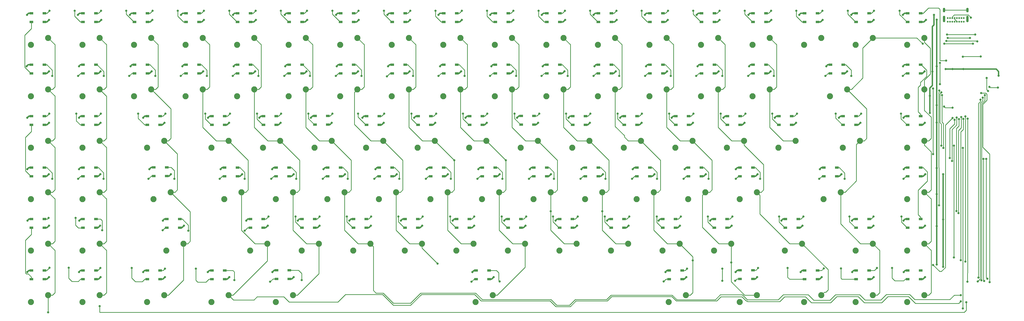
<source format=gbr>
G04 #@! TF.GenerationSoftware,KiCad,Pcbnew,(5.1.4)-1*
G04 #@! TF.CreationDate,2019-10-01T12:46:34+13:00*
G04 #@! TF.ProjectId,keyboard,6b657962-6f61-4726-942e-6b696361645f,rev?*
G04 #@! TF.SameCoordinates,Original*
G04 #@! TF.FileFunction,Copper,L1,Top*
G04 #@! TF.FilePolarity,Positive*
%FSLAX46Y46*%
G04 Gerber Fmt 4.6, Leading zero omitted, Abs format (unit mm)*
G04 Created by KiCad (PCBNEW (5.1.4)-1) date 2019-10-01 12:46:34*
%MOMM*%
%LPD*%
G04 APERTURE LIST*
%ADD10R,1.350000X0.950000*%
%ADD11C,2.250000*%
%ADD12C,0.650000*%
%ADD13O,0.900000X2.400000*%
%ADD14O,0.900000X1.700000*%
%ADD15C,0.800000*%
%ADD16C,0.500000*%
%ADD17C,0.250000*%
G04 APERTURE END LIST*
D10*
X243980000Y7417000D03*
X243980000Y10617000D03*
X248780000Y10617000D03*
X248780000Y7417000D03*
D11*
X277241000Y75057000D03*
X283591000Y77597000D03*
X217678000Y-1143000D03*
X224028000Y1397000D03*
X146304000Y-1143000D03*
X152654000Y1397000D03*
D10*
X310756000Y105740000D03*
X310756000Y102540000D03*
X305956000Y102540000D03*
X305956000Y105740000D03*
X305956000Y83490000D03*
X305956000Y86690000D03*
X310756000Y86690000D03*
X310756000Y83490000D03*
X310756000Y67640000D03*
X310756000Y64440000D03*
X305956000Y64440000D03*
X305956000Y67640000D03*
X291706000Y105740000D03*
X291706000Y102540000D03*
X286906000Y102540000D03*
X286906000Y105740000D03*
X305956000Y45390000D03*
X305956000Y48590000D03*
X310756000Y48590000D03*
X310756000Y45390000D03*
X277381000Y83490000D03*
X277381000Y86690000D03*
X282181000Y86690000D03*
X282181000Y83490000D03*
X310756000Y29540000D03*
X310756000Y26340000D03*
X305956000Y26340000D03*
X305956000Y29540000D03*
X286880000Y67640000D03*
X286880000Y64440000D03*
X282080000Y64440000D03*
X282080000Y67640000D03*
X272656000Y105740000D03*
X272656000Y102540000D03*
X267856000Y102540000D03*
X267856000Y105740000D03*
X274968000Y45390000D03*
X274968000Y48590000D03*
X279768000Y48590000D03*
X279768000Y45390000D03*
X248806000Y83490000D03*
X248806000Y86690000D03*
X253606000Y86690000D03*
X253606000Y83490000D03*
X291706000Y29540000D03*
X291706000Y26340000D03*
X286906000Y26340000D03*
X286906000Y29540000D03*
X263131000Y67640000D03*
X263131000Y64440000D03*
X258331000Y64440000D03*
X258331000Y67640000D03*
X253606000Y105740000D03*
X253606000Y102540000D03*
X248806000Y102540000D03*
X248806000Y105740000D03*
X243980000Y45390000D03*
X243980000Y48590000D03*
X248780000Y48590000D03*
X248780000Y45390000D03*
X229756000Y83490000D03*
X229756000Y86690000D03*
X234556000Y86690000D03*
X234556000Y83490000D03*
X265544000Y29540000D03*
X265544000Y26340000D03*
X260744000Y26340000D03*
X260744000Y29540000D03*
X244081000Y67640000D03*
X244081000Y64440000D03*
X239281000Y64440000D03*
X239281000Y67640000D03*
X234556000Y105740000D03*
X234556000Y102540000D03*
X229756000Y102540000D03*
X229756000Y105740000D03*
X224930000Y45390000D03*
X224930000Y48590000D03*
X229730000Y48590000D03*
X229730000Y45390000D03*
X210706000Y83490000D03*
X210706000Y86690000D03*
X215506000Y86690000D03*
X215506000Y83490000D03*
X239255000Y29540000D03*
X239255000Y26340000D03*
X234455000Y26340000D03*
X234455000Y29540000D03*
X225031000Y67640000D03*
X225031000Y64440000D03*
X220231000Y64440000D03*
X220231000Y67640000D03*
X215506000Y105740000D03*
X215506000Y102540000D03*
X210706000Y102540000D03*
X210706000Y105740000D03*
X205880000Y45390000D03*
X205880000Y48590000D03*
X210680000Y48590000D03*
X210680000Y45390000D03*
X191656000Y83490000D03*
X191656000Y86690000D03*
X196456000Y86690000D03*
X196456000Y83490000D03*
X220205000Y29540000D03*
X220205000Y26340000D03*
X215405000Y26340000D03*
X215405000Y29540000D03*
X205981000Y67640000D03*
X205981000Y64440000D03*
X201181000Y64440000D03*
X201181000Y67640000D03*
X196456000Y105740000D03*
X196456000Y102540000D03*
X191656000Y102540000D03*
X191656000Y105740000D03*
X305956000Y7290000D03*
X305956000Y10490000D03*
X310756000Y10490000D03*
X310756000Y7290000D03*
X186830000Y45390000D03*
X186830000Y48590000D03*
X191630000Y48590000D03*
X191630000Y45390000D03*
X172606000Y83490000D03*
X172606000Y86690000D03*
X177406000Y86690000D03*
X177406000Y83490000D03*
X201155000Y29540000D03*
X201155000Y26340000D03*
X196355000Y26340000D03*
X196355000Y29540000D03*
X186931000Y67640000D03*
X186931000Y64440000D03*
X182131000Y64440000D03*
X182131000Y67640000D03*
X177406000Y105740000D03*
X177406000Y102540000D03*
X172606000Y102540000D03*
X172606000Y105740000D03*
X286906000Y7290000D03*
X286906000Y10490000D03*
X291706000Y10490000D03*
X291706000Y7290000D03*
X167780000Y45390000D03*
X167780000Y48590000D03*
X172580000Y48590000D03*
X172580000Y45390000D03*
X153556000Y83490000D03*
X153556000Y86690000D03*
X158356000Y86690000D03*
X158356000Y83490000D03*
X182105000Y29540000D03*
X182105000Y26340000D03*
X177305000Y26340000D03*
X177305000Y29540000D03*
X167881000Y67767000D03*
X167881000Y64567000D03*
X163081000Y64567000D03*
X163081000Y67767000D03*
X158356000Y105740000D03*
X158356000Y102540000D03*
X153556000Y102540000D03*
X153556000Y105740000D03*
X267856000Y7290000D03*
X267856000Y10490000D03*
X272656000Y10490000D03*
X272656000Y7290000D03*
X148730000Y45390000D03*
X148730000Y48590000D03*
X153530000Y48590000D03*
X153530000Y45390000D03*
X134506000Y83490000D03*
X134506000Y86690000D03*
X139306000Y86690000D03*
X139306000Y83490000D03*
X163055000Y29540000D03*
X163055000Y26340000D03*
X158255000Y26340000D03*
X158255000Y29540000D03*
X148831000Y67640000D03*
X148831000Y64440000D03*
X144031000Y64440000D03*
X144031000Y67640000D03*
X139306000Y105740000D03*
X139306000Y102540000D03*
X134506000Y102540000D03*
X134506000Y105740000D03*
X129680000Y45390000D03*
X129680000Y48590000D03*
X134480000Y48590000D03*
X134480000Y45390000D03*
X115456000Y83490000D03*
X115456000Y86690000D03*
X120256000Y86690000D03*
X120256000Y83490000D03*
X144005000Y29540000D03*
X144005000Y26340000D03*
X139205000Y26340000D03*
X139205000Y29540000D03*
X129781000Y67640000D03*
X129781000Y64440000D03*
X124981000Y64440000D03*
X124981000Y67640000D03*
X120256000Y105740000D03*
X120256000Y102540000D03*
X115456000Y102540000D03*
X115456000Y105740000D03*
X217818000Y7290000D03*
X217818000Y10490000D03*
X222618000Y10490000D03*
X222618000Y7290000D03*
X110630000Y45390000D03*
X110630000Y48590000D03*
X115430000Y48590000D03*
X115430000Y45390000D03*
X96406000Y83490000D03*
X96406000Y86690000D03*
X101206000Y86690000D03*
X101206000Y83490000D03*
X124955000Y29540000D03*
X124955000Y26340000D03*
X120155000Y26340000D03*
X120155000Y29540000D03*
X110731000Y67640000D03*
X110731000Y64440000D03*
X105931000Y64440000D03*
X105931000Y67640000D03*
X101206000Y105740000D03*
X101206000Y102540000D03*
X96406000Y102540000D03*
X96406000Y105740000D03*
X146444000Y7290000D03*
X146444000Y10490000D03*
X151244000Y10490000D03*
X151244000Y7290000D03*
X91580000Y45390000D03*
X91580000Y48590000D03*
X96380000Y48590000D03*
X96380000Y45390000D03*
X77356000Y83490000D03*
X77356000Y86690000D03*
X82156000Y86690000D03*
X82156000Y83490000D03*
X105905000Y29540000D03*
X105905000Y26340000D03*
X101105000Y26340000D03*
X101105000Y29540000D03*
X91681000Y67767000D03*
X91681000Y64567000D03*
X86881000Y64567000D03*
X86881000Y67767000D03*
X82156000Y105740000D03*
X82156000Y102540000D03*
X77356000Y102540000D03*
X77356000Y105740000D03*
X72657000Y7417000D03*
X72657000Y10617000D03*
X77457000Y10617000D03*
X77457000Y7417000D03*
X72530000Y45390000D03*
X72530000Y48590000D03*
X77330000Y48590000D03*
X77330000Y45390000D03*
X58306000Y83490000D03*
X58306000Y86690000D03*
X63106000Y86690000D03*
X63106000Y83490000D03*
X86855000Y29540000D03*
X86855000Y26340000D03*
X82055000Y26340000D03*
X82055000Y29540000D03*
X72631000Y67640000D03*
X72631000Y64440000D03*
X67831000Y64440000D03*
X67831000Y67640000D03*
X63106000Y105740000D03*
X63106000Y102540000D03*
X58306000Y102540000D03*
X58306000Y105740000D03*
X48781000Y7290000D03*
X48781000Y10490000D03*
X53581000Y10490000D03*
X53581000Y7290000D03*
X53480000Y45390000D03*
X53480000Y48590000D03*
X58280000Y48590000D03*
X58280000Y45390000D03*
X39256000Y83490000D03*
X39256000Y86690000D03*
X44056000Y86690000D03*
X44056000Y83490000D03*
X67805000Y29540000D03*
X67805000Y26340000D03*
X63005000Y26340000D03*
X63005000Y29540000D03*
X53581000Y67640000D03*
X53581000Y64440000D03*
X48781000Y64440000D03*
X48781000Y67640000D03*
X44056000Y105740000D03*
X44056000Y102540000D03*
X39256000Y102540000D03*
X39256000Y105740000D03*
X24905000Y7290000D03*
X24905000Y10490000D03*
X29705000Y10490000D03*
X29705000Y7290000D03*
X27318000Y45517000D03*
X27318000Y48717000D03*
X32118000Y48717000D03*
X32118000Y45517000D03*
X20206000Y83490000D03*
X20206000Y86690000D03*
X25006000Y86690000D03*
X25006000Y83490000D03*
X36944000Y29540000D03*
X36944000Y26340000D03*
X32144000Y26340000D03*
X32144000Y29540000D03*
X29705000Y67640000D03*
X29705000Y64440000D03*
X24905000Y64440000D03*
X24905000Y67640000D03*
X25006000Y105740000D03*
X25006000Y102540000D03*
X20206000Y102540000D03*
X20206000Y105740000D03*
X1156000Y7290000D03*
X1156000Y10490000D03*
X5956000Y10490000D03*
X5956000Y7290000D03*
X1156000Y45390000D03*
X1156000Y48590000D03*
X5956000Y48590000D03*
X5956000Y45390000D03*
X1156000Y83490000D03*
X1156000Y86690000D03*
X5956000Y86690000D03*
X5956000Y83490000D03*
X5956000Y29540000D03*
X5956000Y26340000D03*
X1156000Y26340000D03*
X1156000Y29540000D03*
X5956000Y67640000D03*
X5956000Y64440000D03*
X1156000Y64440000D03*
X1156000Y67640000D03*
X5956000Y105740000D03*
X5956000Y102540000D03*
X1156000Y102540000D03*
X1156000Y105740000D03*
X-17894000Y7290000D03*
X-17894000Y10490000D03*
X-13094000Y10490000D03*
X-13094000Y7290000D03*
X-17894000Y45390000D03*
X-17894000Y48590000D03*
X-13094000Y48590000D03*
X-13094000Y45390000D03*
X-17894000Y83490000D03*
X-17894000Y86690000D03*
X-13094000Y86690000D03*
X-13094000Y83490000D03*
X-13094000Y29540000D03*
X-13094000Y26340000D03*
X-17894000Y26340000D03*
X-17894000Y29540000D03*
X-13094000Y67640000D03*
X-13094000Y64440000D03*
X-17894000Y64440000D03*
X-17894000Y67640000D03*
X-13094000Y105740000D03*
X-13094000Y102540000D03*
X-17894000Y102540000D03*
X-17894000Y105740000D03*
D12*
X324998000Y102643750D03*
X326698000Y102643750D03*
X325848000Y102643750D03*
X324148000Y102643750D03*
X323298000Y102643750D03*
X322448000Y102643750D03*
X321598000Y102643750D03*
X320748000Y102643750D03*
X326698000Y103968750D03*
X325843000Y103968750D03*
X324993000Y103968750D03*
X324143000Y103968750D03*
X323293000Y103968750D03*
X322443000Y103968750D03*
X321593000Y103968750D03*
X320743000Y103968750D03*
D13*
X328048000Y103623750D03*
X319398000Y103623750D03*
D14*
X328048000Y107003750D03*
X319398000Y107003750D03*
D11*
X305816000Y-1143000D03*
X312166000Y1397000D03*
X286766000Y-1143000D03*
X293116000Y1397000D03*
X267716000Y-1143000D03*
X274066000Y1397000D03*
X243903500Y-1143000D03*
X250253500Y1397000D03*
X72453500Y-1143000D03*
X78803500Y1397000D03*
X48641000Y-1143000D03*
X54991000Y1397000D03*
X24828500Y-1143000D03*
X31178500Y1397000D03*
X1016000Y-1143000D03*
X7366000Y1397000D03*
X-18034000Y-1143000D03*
X-11684000Y1397000D03*
X305816000Y17907000D03*
X312166000Y20447000D03*
X286766000Y17907000D03*
X293116000Y20447000D03*
X260572250Y17907000D03*
X266922250Y20447000D03*
X234378500Y17907000D03*
X240728500Y20447000D03*
X215328500Y17907000D03*
X221678500Y20447000D03*
X196278500Y17907000D03*
X202628500Y20447000D03*
X177228500Y17907000D03*
X183578500Y20447000D03*
X158178500Y17907000D03*
X164528500Y20447000D03*
X139128500Y17907000D03*
X145478500Y20447000D03*
X120078500Y17907000D03*
X126428500Y20447000D03*
X101028500Y17907000D03*
X107378500Y20447000D03*
X81978500Y17907000D03*
X88328500Y20447000D03*
X62928500Y17907000D03*
X69278500Y20447000D03*
X31972250Y17907000D03*
X38322250Y20447000D03*
X1016000Y17907000D03*
X7366000Y20447000D03*
X-18034000Y17907000D03*
X-11684000Y20447000D03*
X305816000Y36957000D03*
X312166000Y39497000D03*
X274859750Y36957000D03*
X281209750Y39497000D03*
X243903500Y36957000D03*
X250253500Y39497000D03*
X224853500Y36957000D03*
X231203500Y39497000D03*
X205803500Y36957000D03*
X212153500Y39497000D03*
X186753500Y36957000D03*
X193103500Y39497000D03*
X167703500Y36957000D03*
X174053500Y39497000D03*
X148653500Y36957000D03*
X155003500Y39497000D03*
X129603500Y36957000D03*
X135953500Y39497000D03*
X110553500Y36957000D03*
X116903500Y39497000D03*
X91503500Y36957000D03*
X97853500Y39497000D03*
X72453500Y36957000D03*
X78803500Y39497000D03*
X53403500Y36957000D03*
X59753500Y39497000D03*
X27209750Y36957000D03*
X33559750Y39497000D03*
X1016000Y36957000D03*
X7366000Y39497000D03*
X-18034000Y36957000D03*
X-11684000Y39497000D03*
X305816000Y56007000D03*
X312166000Y58547000D03*
X282003500Y56007000D03*
X288353500Y58547000D03*
X258191000Y56007000D03*
X264541000Y58547000D03*
X239141000Y56007000D03*
X245491000Y58547000D03*
X220091000Y56007000D03*
X226441000Y58547000D03*
X201041000Y56007000D03*
X207391000Y58547000D03*
X181991000Y56007000D03*
X188341000Y58547000D03*
X162941000Y56007000D03*
X169291000Y58547000D03*
X143891000Y56007000D03*
X150241000Y58547000D03*
X124841000Y56007000D03*
X131191000Y58547000D03*
X105791000Y56007000D03*
X112141000Y58547000D03*
X86741000Y56007000D03*
X93091000Y58547000D03*
X67691000Y56007000D03*
X74041000Y58547000D03*
X48641000Y56007000D03*
X54991000Y58547000D03*
X24828500Y56007000D03*
X31178500Y58547000D03*
X1016000Y56007000D03*
X7366000Y58547000D03*
X-18034000Y56007000D03*
X-11684000Y58547000D03*
X305816000Y75057000D03*
X312166000Y77597000D03*
X248666000Y75057000D03*
X255016000Y77597000D03*
X229616000Y75057000D03*
X235966000Y77597000D03*
X210566000Y75057000D03*
X216916000Y77597000D03*
X191516000Y75057000D03*
X197866000Y77597000D03*
X172466000Y75057000D03*
X178816000Y77597000D03*
X153416000Y75057000D03*
X159766000Y77597000D03*
X134366000Y75057000D03*
X140716000Y77597000D03*
X115316000Y75057000D03*
X121666000Y77597000D03*
X96266000Y75057000D03*
X102616000Y77597000D03*
X77216000Y75057000D03*
X83566000Y77597000D03*
X58166000Y75057000D03*
X64516000Y77597000D03*
X39116000Y75057000D03*
X45466000Y77597000D03*
X20066000Y75057000D03*
X26416000Y77597000D03*
X1016000Y75057000D03*
X7366000Y77597000D03*
X-18034000Y75057000D03*
X-11684000Y77597000D03*
X305816000Y94107000D03*
X312166000Y96647000D03*
X286766000Y94107000D03*
X293116000Y96647000D03*
X267716000Y94107000D03*
X274066000Y96647000D03*
X248666000Y94107000D03*
X255016000Y96647000D03*
X229616000Y94107000D03*
X235966000Y96647000D03*
X210566000Y94107000D03*
X216916000Y96647000D03*
X191516000Y94107000D03*
X197866000Y96647000D03*
X172466000Y94107000D03*
X178816000Y96647000D03*
X153416000Y94107000D03*
X159766000Y96647000D03*
X134366000Y94107000D03*
X140716000Y96647000D03*
X115316000Y94107000D03*
X121666000Y96647000D03*
X96266000Y94107000D03*
X102616000Y96647000D03*
X77216000Y94107000D03*
X83566000Y96647000D03*
X58166000Y94107000D03*
X64516000Y96647000D03*
X39116000Y94107000D03*
X45466000Y96647000D03*
X20066000Y94107000D03*
X26416000Y96647000D03*
X1016000Y94107000D03*
X7366000Y96647000D03*
X-18034000Y94107000D03*
X-11684000Y96647000D03*
D15*
X319087500Y11906250D03*
X319087500Y29368750D03*
X314198000Y68834000D03*
X314198000Y75184000D03*
X315722000Y105156000D03*
X315087000Y84201000D03*
X304213500Y105204500D03*
X285163500Y105204500D03*
X265889500Y105204500D03*
X247093500Y105204500D03*
X228013500Y105204500D03*
X208836500Y105204500D03*
X189913500Y105204500D03*
X170766500Y105204500D03*
X151686500Y105204500D03*
X132539500Y105204500D03*
X113713500Y105204500D03*
X94693500Y105204500D03*
X75740500Y105204500D03*
X56593500Y105204500D03*
X37416500Y105204500D03*
X18493500Y105204500D03*
X-683500Y105204500D03*
X-19509500Y105204500D03*
X-11381500Y84279500D03*
X312214500Y84279500D03*
X283639500Y84279500D03*
X255318500Y84279500D03*
X236141500Y84279500D03*
X217091500Y84279500D03*
X198071500Y84279500D03*
X179118500Y84279500D03*
X160068500Y84279500D03*
X140921500Y84279500D03*
X121871500Y84279500D03*
X102821500Y84279500D03*
X83771500Y84279500D03*
X64818500Y84279500D03*
X45641500Y84279500D03*
X26591500Y84279500D03*
X7698500Y84279500D03*
X304467500Y67104500D03*
X280591500Y67104500D03*
X256872500Y67104500D03*
X237919500Y67104500D03*
X218772500Y67104500D03*
X199722500Y67104500D03*
X180642500Y67104500D03*
X161592500Y67104500D03*
X142572500Y67104500D03*
X123619500Y67104500D03*
X104442500Y67104500D03*
X85392500Y67104500D03*
X66372500Y67104500D03*
X47419500Y67104500D03*
X23416500Y67104500D03*
X-302500Y67104500D03*
X-19382500Y67104500D03*
X-11478500Y46179500D03*
X7571500Y46179500D03*
X33703500Y46179500D03*
X60022500Y46179500D03*
X79072500Y46179500D03*
X97995500Y46179500D03*
X117142500Y46179500D03*
X136065500Y46179500D03*
X155145500Y46179500D03*
X174165500Y46179500D03*
X193372500Y46179500D03*
X212422500Y46179500D03*
X231345500Y46179500D03*
X250522500Y46179500D03*
X281480500Y46179500D03*
X312498500Y46179500D03*
X304467500Y29004500D03*
X285417500Y29004500D03*
X259285500Y29004500D03*
X232996500Y29004500D03*
X213946500Y29004500D03*
X194896500Y29004500D03*
X175846500Y29004500D03*
X156893500Y29004500D03*
X137843500Y29004500D03*
X118696500Y29004500D03*
X99646500Y29004500D03*
X80566500Y29004500D03*
X61516500Y29004500D03*
X30685500Y29004500D03*
X-175500Y29004500D03*
X-19352500Y29004500D03*
X-11351500Y8079500D03*
X7668500Y8079500D03*
X31447500Y8079500D03*
X55293500Y8079500D03*
X79042500Y8079500D03*
X152986500Y8079500D03*
X224203500Y8079500D03*
X250365500Y8079500D03*
X274241500Y8079500D03*
X293448500Y8079500D03*
X312371500Y8079500D03*
X326341500Y89662000D03*
X332994000Y89789000D03*
X319102500Y46179500D03*
X316706250Y12700000D03*
X316706250Y26987500D03*
X316706250Y48418750D03*
X316738000Y71755000D03*
X316738000Y65278000D03*
X316738000Y103378000D03*
X316738000Y86106000D03*
X312722500Y103329500D03*
X293418500Y103329500D03*
X274525500Y103329500D03*
X255572500Y103329500D03*
X236425500Y103329500D03*
X217345500Y103329500D03*
X198422500Y103329500D03*
X179402500Y103329500D03*
X160225500Y103329500D03*
X141175500Y103329500D03*
X122095500Y103329500D03*
X103075500Y103329500D03*
X84025500Y103329500D03*
X65072500Y103329500D03*
X45895500Y103329500D03*
X26845500Y103329500D03*
X7922500Y103329500D03*
X-11351500Y103329500D03*
X-19636500Y86154500D03*
X304243500Y86154500D03*
X275892500Y86154500D03*
X247347500Y86154500D03*
X228297500Y86154500D03*
X209247500Y86154500D03*
X190197500Y86154500D03*
X171117500Y86154500D03*
X152097500Y86154500D03*
X133144500Y86154500D03*
X113967500Y86154500D03*
X94947500Y86154500D03*
X75897500Y86154500D03*
X56847500Y86154500D03*
X37894500Y86154500D03*
X18747500Y86154500D03*
X-302500Y86154500D03*
X312341500Y65229500D03*
X288495500Y65229500D03*
X264716500Y65229500D03*
X245696500Y65229500D03*
X226646500Y65229500D03*
X207693500Y65229500D03*
X188516500Y65229500D03*
X169369500Y65229500D03*
X150446500Y65229500D03*
X131396500Y65229500D03*
X112316500Y65229500D03*
X93139500Y65229500D03*
X74216500Y65229500D03*
X55196500Y65229500D03*
X31290500Y65229500D03*
X7698500Y65229500D03*
X-11351500Y65229500D03*
X-19382500Y48054500D03*
X-302500Y48054500D03*
X25732500Y48054500D03*
X52021500Y48054500D03*
X71071500Y48054500D03*
X90091500Y48054500D03*
X109268500Y48054500D03*
X128221500Y48054500D03*
X147271500Y48054500D03*
X166321500Y48054500D03*
X185371500Y48054500D03*
X204391500Y48054500D03*
X223568500Y48054500D03*
X242491500Y48054500D03*
X273509500Y48054500D03*
X304497500Y48054500D03*
X312371500Y27129500D03*
X293321500Y27129500D03*
X267129500Y27129500D03*
X240967500Y27129500D03*
X221790500Y27129500D03*
X202867500Y27129500D03*
X183817500Y27129500D03*
X164767500Y27129500D03*
X145747500Y27129500D03*
X126570500Y27129500D03*
X107617500Y27129500D03*
X88597500Y27129500D03*
X69517500Y27129500D03*
X38529500Y27129500D03*
X7541500Y27129500D03*
X-11351500Y27129500D03*
X-19382500Y9954500D03*
X-302500Y9954500D03*
X23416500Y9954500D03*
X47322500Y9954500D03*
X71168500Y9954500D03*
X145112500Y9954500D03*
X216456500Y9954500D03*
X242394500Y9954500D03*
X266397500Y9954500D03*
X285447500Y9954500D03*
X304497500Y9954500D03*
X320040000Y85090000D03*
X322580000Y85090000D03*
X326517000Y85090000D03*
X339598000Y82677000D03*
X316706250Y38766750D03*
X339344000Y78232000D03*
X336169000Y78486000D03*
X317881000Y87376000D03*
X317881000Y79502000D03*
X315361001Y53594000D03*
X315341000Y77894250D03*
X317556250Y34633260D03*
X317627000Y77169250D03*
X323088000Y15367000D03*
X323088000Y56769000D03*
X318389000Y56769000D03*
X318367353Y76444250D03*
X326390000Y-3556000D03*
X326390000Y55880000D03*
X319151000Y55880000D03*
X318642999Y75469250D03*
X-11684000Y-4953000D03*
X333121000Y76200000D03*
X336296000Y6223000D03*
X335121750Y81819250D03*
X335661000Y76962000D03*
X7366000Y-2667000D03*
X327660000Y-1270000D03*
X335026000Y51816000D03*
X335407000Y7493000D03*
X333984020Y51816000D03*
X334264000Y6673998D03*
X325628000Y-889000D03*
X334518000Y75438000D03*
X333252653Y6853347D03*
X333756000Y74549000D03*
X331851000Y6477000D03*
X325628000Y1397000D03*
X332867000Y73787000D03*
X332084010Y7874000D03*
X322523250Y70795750D03*
X319405000Y71247000D03*
X132203510Y13081000D03*
X315361001Y12573000D03*
X322523250Y66999250D03*
X323342000Y66294000D03*
X138423501Y51314499D03*
X321564000Y52197000D03*
X157473501Y51314499D03*
X322363000Y51054000D03*
X324100153Y67185654D03*
X174053500Y32448500D03*
X324923250Y66617750D03*
X323977000Y32512000D03*
X193103500Y32448500D03*
X325723250Y67341750D03*
X324739000Y31750000D03*
X226498001Y14281001D03*
X326517000Y66675000D03*
X325628000Y14351000D03*
X240728500Y13525500D03*
X327323250Y67608250D03*
X327279000Y13843000D03*
X328123250Y66719750D03*
X328041000Y6350000D03*
X320294000Y95504000D03*
X331724000Y95377000D03*
X320548000Y97917000D03*
X330962000Y97917000D03*
X311531000Y94488000D03*
X319469918Y94488000D03*
X330073000Y94488000D03*
X320748000Y96647000D03*
X328941500Y96647000D03*
X329359500Y104158279D03*
X-1905000Y106680000D03*
X-11176000Y106680000D03*
X-1270000Y68580000D03*
X-11303000Y68580000D03*
X-1524000Y29972000D03*
X-11557000Y29972000D03*
X-10160000Y82550000D03*
X-635000Y82550000D03*
X-10160000Y44450000D03*
X-635000Y44450000D03*
X-4064000Y11557000D03*
X-11176000Y11557000D03*
X17145000Y106680000D03*
X7874000Y106680000D03*
X21590000Y68580000D03*
X7747000Y68580000D03*
X8255000Y25400000D03*
X30607000Y25400000D03*
X8890000Y82550000D03*
X18288000Y82550000D03*
X8763000Y44450000D03*
X25400000Y44450000D03*
X19177000Y11430000D03*
X7620000Y11430000D03*
X36195000Y106680000D03*
X26924000Y106680000D03*
X46355000Y68580000D03*
X31623000Y68580000D03*
X40067251Y25273000D03*
X60960000Y25273000D03*
X27940000Y82550000D03*
X37338000Y82550000D03*
X34925000Y44450000D03*
X51689000Y44450000D03*
X42926000Y11176000D03*
X31496000Y11176000D03*
X55245000Y106680000D03*
X45847000Y106680000D03*
X65532000Y68580000D03*
X55499000Y68580000D03*
X79756000Y30480000D03*
X69723000Y30480000D03*
X46990000Y82550000D03*
X56515000Y82550000D03*
X60960000Y44450000D03*
X70739000Y44450000D03*
X70358000Y6350000D03*
X57150000Y6985000D03*
X74295000Y106680000D03*
X65024000Y106680000D03*
X84455000Y68580000D03*
X74422000Y68580000D03*
X98679000Y30480000D03*
X88646000Y30480000D03*
X66040000Y82550000D03*
X75565000Y82550000D03*
X80010000Y44450000D03*
X89789000Y44450000D03*
X144780000Y6350000D03*
X82042000Y6985000D03*
X93345000Y106680000D03*
X83947000Y106680000D03*
X102870000Y68580000D03*
X93345000Y68580000D03*
X117729000Y30480000D03*
X107696000Y30480000D03*
X85090000Y82550000D03*
X94615000Y82550000D03*
X99060000Y44450000D03*
X108839000Y44450000D03*
X215773000Y6477000D03*
X155194000Y6477000D03*
X112395000Y106680000D03*
X102997000Y106680000D03*
X122555000Y68580000D03*
X112522000Y68580000D03*
X136906000Y30480000D03*
X126746000Y30480000D03*
X104140000Y82550000D03*
X113538000Y82423000D03*
X118110000Y44450000D03*
X127889000Y44450000D03*
X224409000Y11176000D03*
X237490000Y11176000D03*
X242189000Y6731000D03*
X237490000Y6731000D03*
X131445000Y106680000D03*
X122174000Y106680000D03*
X141605000Y68580000D03*
X131699000Y68580000D03*
X155956000Y30480000D03*
X145796000Y30480000D03*
X123190000Y82550000D03*
X132588000Y82550000D03*
X137160000Y44450000D03*
X146939000Y44450000D03*
X250698000Y11430000D03*
X261620000Y11430000D03*
X150495000Y106680000D03*
X141224000Y106680000D03*
X160655000Y68580000D03*
X150622000Y68580000D03*
X174879000Y30480000D03*
X164973000Y30480000D03*
X142240000Y82550000D03*
X151638000Y82550000D03*
X156210000Y44450000D03*
X165989000Y44450000D03*
X274955000Y11303000D03*
X281305000Y11303000D03*
X169545000Y106680000D03*
X160274000Y106680000D03*
X179705000Y68580000D03*
X169799000Y68580000D03*
X194056000Y30480000D03*
X184023000Y30480000D03*
X161290000Y82550000D03*
X170688000Y82550000D03*
X175260000Y44450000D03*
X185039000Y44450000D03*
X294640000Y11430000D03*
X300228000Y11430000D03*
X188595000Y106680000D03*
X179324000Y106680000D03*
X198755000Y68580000D03*
X188722000Y68580000D03*
X213233000Y30480000D03*
X203073000Y30480000D03*
X180340000Y82550000D03*
X189865000Y82550000D03*
X194310000Y44450000D03*
X204089000Y44450000D03*
X207645000Y106680000D03*
X198374000Y106680000D03*
X217805000Y68580000D03*
X207772000Y68580000D03*
X232156000Y30480000D03*
X222123000Y30480000D03*
X199390000Y82550000D03*
X208915000Y82550000D03*
X213360000Y44450000D03*
X223139000Y44450000D03*
X226695000Y106680000D03*
X217424000Y106680000D03*
X236855000Y68580000D03*
X226822000Y68580000D03*
X258445000Y30480000D03*
X241173000Y30480000D03*
X218440000Y82550000D03*
X227838000Y82550000D03*
X232410000Y44450000D03*
X242443000Y44450000D03*
X245745000Y106680000D03*
X236474000Y106680000D03*
X255905000Y68580000D03*
X245999000Y68580000D03*
X284480000Y30480000D03*
X267462000Y30480000D03*
X237490000Y82550000D03*
X247015000Y82550000D03*
X251460000Y44450000D03*
X273304000Y44450000D03*
X264795000Y106680000D03*
X255524000Y106680000D03*
X279400000Y68580000D03*
X265049000Y68580000D03*
X303657000Y30480000D03*
X293370000Y30480000D03*
X256540000Y82550000D03*
X275590000Y82550000D03*
X282702000Y44450000D03*
X304419000Y44450000D03*
X283845000Y106680000D03*
X274447000Y106680000D03*
X303530000Y68580000D03*
X288798000Y68580000D03*
X285115000Y82550000D03*
X304165000Y82550000D03*
X303022000Y106680000D03*
X293497000Y106680000D03*
X320167000Y88265000D03*
D16*
X319087500Y11906250D02*
X319087500Y29368750D01*
X314198000Y68834000D02*
X314198000Y75184000D01*
X314198000Y75184000D02*
X314198000Y78105000D01*
X314198000Y78105000D02*
X315087000Y78994000D01*
X315087000Y100838000D02*
X315722000Y101473000D01*
X315722000Y101473000D02*
X315722000Y105156000D01*
X315087000Y78994000D02*
X315087000Y84201000D01*
X315087000Y84201000D02*
X315087000Y100838000D01*
X304749000Y105740000D02*
X304213500Y105204500D01*
X305956000Y105740000D02*
X304749000Y105740000D01*
X285699000Y105740000D02*
X285163500Y105204500D01*
X286906000Y105740000D02*
X285699000Y105740000D01*
X266425000Y105740000D02*
X265889500Y105204500D01*
X267856000Y105740000D02*
X266425000Y105740000D01*
X247629000Y105740000D02*
X247093500Y105204500D01*
X248806000Y105740000D02*
X247629000Y105740000D01*
X228549000Y105740000D02*
X228013500Y105204500D01*
X229756000Y105740000D02*
X228549000Y105740000D01*
X209372000Y105740000D02*
X208836500Y105204500D01*
X210706000Y105740000D02*
X209372000Y105740000D01*
X190449000Y105740000D02*
X189913500Y105204500D01*
X191656000Y105740000D02*
X190449000Y105740000D01*
X171302000Y105740000D02*
X170766500Y105204500D01*
X172606000Y105740000D02*
X171302000Y105740000D01*
X152222000Y105740000D02*
X151686500Y105204500D01*
X153556000Y105740000D02*
X152222000Y105740000D01*
X133075000Y105740000D02*
X132539500Y105204500D01*
X134506000Y105740000D02*
X133075000Y105740000D01*
X114249000Y105740000D02*
X113713500Y105204500D01*
X115456000Y105740000D02*
X114249000Y105740000D01*
X95229000Y105740000D02*
X94693500Y105204500D01*
X96406000Y105740000D02*
X95229000Y105740000D01*
X76276000Y105740000D02*
X75740500Y105204500D01*
X77356000Y105740000D02*
X76276000Y105740000D01*
X57129000Y105740000D02*
X56593500Y105204500D01*
X58306000Y105740000D02*
X57129000Y105740000D01*
X37952000Y105740000D02*
X37416500Y105204500D01*
X39256000Y105740000D02*
X37952000Y105740000D01*
X19029000Y105740000D02*
X18493500Y105204500D01*
X20206000Y105740000D02*
X19029000Y105740000D01*
X-148000Y105740000D02*
X-683500Y105204500D01*
X1156000Y105740000D02*
X-148000Y105740000D01*
X-18974000Y105740000D02*
X-19509500Y105204500D01*
X-17894000Y105740000D02*
X-18974000Y105740000D01*
X-12171000Y83490000D02*
X-11381500Y84279500D01*
X-13094000Y83490000D02*
X-12171000Y83490000D01*
X311425000Y83490000D02*
X312214500Y84279500D01*
X310756000Y83490000D02*
X311425000Y83490000D01*
X282850000Y83490000D02*
X283639500Y84279500D01*
X282181000Y83490000D02*
X282850000Y83490000D01*
X254529000Y83490000D02*
X255318500Y84279500D01*
X253606000Y83490000D02*
X254529000Y83490000D01*
X235352000Y83490000D02*
X236141500Y84279500D01*
X234556000Y83490000D02*
X235352000Y83490000D01*
X216302000Y83490000D02*
X217091500Y84279500D01*
X215506000Y83490000D02*
X216302000Y83490000D01*
X197282000Y83490000D02*
X198071500Y84279500D01*
X196456000Y83490000D02*
X197282000Y83490000D01*
X178329000Y83490000D02*
X179118500Y84279500D01*
X177406000Y83490000D02*
X178329000Y83490000D01*
X159279000Y83490000D02*
X160068500Y84279500D01*
X158356000Y83490000D02*
X159279000Y83490000D01*
X140132000Y83490000D02*
X140921500Y84279500D01*
X139306000Y83490000D02*
X140132000Y83490000D01*
X121082000Y83490000D02*
X121871500Y84279500D01*
X120256000Y83490000D02*
X121082000Y83490000D01*
X102032000Y83490000D02*
X102821500Y84279500D01*
X101206000Y83490000D02*
X102032000Y83490000D01*
X82982000Y83490000D02*
X83771500Y84279500D01*
X82156000Y83490000D02*
X82982000Y83490000D01*
X64029000Y83490000D02*
X64818500Y84279500D01*
X63106000Y83490000D02*
X64029000Y83490000D01*
X44852000Y83490000D02*
X45641500Y84279500D01*
X44056000Y83490000D02*
X44852000Y83490000D01*
X25802000Y83490000D02*
X26591500Y84279500D01*
X25006000Y83490000D02*
X25802000Y83490000D01*
X6909000Y83490000D02*
X7698500Y84279500D01*
X5956000Y83490000D02*
X6909000Y83490000D01*
X305003000Y67640000D02*
X304467500Y67104500D01*
X305956000Y67640000D02*
X305003000Y67640000D01*
X281127000Y67640000D02*
X280591500Y67104500D01*
X282080000Y67640000D02*
X281127000Y67640000D01*
X257408000Y67640000D02*
X256872500Y67104500D01*
X258331000Y67640000D02*
X257408000Y67640000D01*
X238455000Y67640000D02*
X237919500Y67104500D01*
X239281000Y67640000D02*
X238455000Y67640000D01*
X219308000Y67640000D02*
X218772500Y67104500D01*
X220231000Y67640000D02*
X219308000Y67640000D01*
X200258000Y67640000D02*
X199722500Y67104500D01*
X201181000Y67640000D02*
X200258000Y67640000D01*
X181178000Y67640000D02*
X180642500Y67104500D01*
X182131000Y67640000D02*
X181178000Y67640000D01*
X162255000Y67767000D02*
X161592500Y67104500D01*
X163081000Y67767000D02*
X162255000Y67767000D01*
X143108000Y67640000D02*
X142572500Y67104500D01*
X144031000Y67640000D02*
X143108000Y67640000D01*
X124155000Y67640000D02*
X123619500Y67104500D01*
X124981000Y67640000D02*
X124155000Y67640000D01*
X104978000Y67640000D02*
X104442500Y67104500D01*
X105931000Y67640000D02*
X104978000Y67640000D01*
X86055000Y67767000D02*
X85392500Y67104500D01*
X86881000Y67767000D02*
X86055000Y67767000D01*
X66908000Y67640000D02*
X66372500Y67104500D01*
X67831000Y67640000D02*
X66908000Y67640000D01*
X47955000Y67640000D02*
X47419500Y67104500D01*
X48781000Y67640000D02*
X47955000Y67640000D01*
X23952000Y67640000D02*
X23416500Y67104500D01*
X24905000Y67640000D02*
X23952000Y67640000D01*
X233000Y67640000D02*
X-302500Y67104500D01*
X1156000Y67640000D02*
X233000Y67640000D01*
X-18847000Y67640000D02*
X-19382500Y67104500D01*
X-17894000Y67640000D02*
X-18847000Y67640000D01*
X-12268000Y45390000D02*
X-11478500Y46179500D01*
X-13094000Y45390000D02*
X-12268000Y45390000D01*
X6782000Y45390000D02*
X7571500Y46179500D01*
X5956000Y45390000D02*
X6782000Y45390000D01*
X33041000Y45517000D02*
X33703500Y46179500D01*
X32118000Y45517000D02*
X33041000Y45517000D01*
X59233000Y45390000D02*
X60022500Y46179500D01*
X58280000Y45390000D02*
X59233000Y45390000D01*
X78283000Y45390000D02*
X79072500Y46179500D01*
X77330000Y45390000D02*
X78283000Y45390000D01*
X97206000Y45390000D02*
X97995500Y46179500D01*
X96380000Y45390000D02*
X97206000Y45390000D01*
X116353000Y45390000D02*
X117142500Y46179500D01*
X115430000Y45390000D02*
X116353000Y45390000D01*
X135276000Y45390000D02*
X136065500Y46179500D01*
X134480000Y45390000D02*
X135276000Y45390000D01*
X154356000Y45390000D02*
X155145500Y46179500D01*
X153530000Y45390000D02*
X154356000Y45390000D01*
X173376000Y45390000D02*
X174165500Y46179500D01*
X172580000Y45390000D02*
X173376000Y45390000D01*
X192583000Y45390000D02*
X193372500Y46179500D01*
X191630000Y45390000D02*
X192583000Y45390000D01*
X211633000Y45390000D02*
X212422500Y46179500D01*
X210680000Y45390000D02*
X211633000Y45390000D01*
X230556000Y45390000D02*
X231345500Y46179500D01*
X229730000Y45390000D02*
X230556000Y45390000D01*
X249733000Y45390000D02*
X250522500Y46179500D01*
X248780000Y45390000D02*
X249733000Y45390000D01*
X280691000Y45390000D02*
X281480500Y46179500D01*
X279768000Y45390000D02*
X280691000Y45390000D01*
X311709000Y45390000D02*
X312498500Y46179500D01*
X310756000Y45390000D02*
X311709000Y45390000D01*
X305003000Y29540000D02*
X304467500Y29004500D01*
X305956000Y29540000D02*
X305003000Y29540000D01*
X285953000Y29540000D02*
X285417500Y29004500D01*
X286906000Y29540000D02*
X285953000Y29540000D01*
X259821000Y29540000D02*
X259285500Y29004500D01*
X260744000Y29540000D02*
X259821000Y29540000D01*
X233532000Y29540000D02*
X232996500Y29004500D01*
X234455000Y29540000D02*
X233532000Y29540000D01*
X214482000Y29540000D02*
X213946500Y29004500D01*
X215405000Y29540000D02*
X214482000Y29540000D01*
X195432000Y29540000D02*
X194896500Y29004500D01*
X196355000Y29540000D02*
X195432000Y29540000D01*
X176382000Y29540000D02*
X175846500Y29004500D01*
X177305000Y29540000D02*
X176382000Y29540000D01*
X157429000Y29540000D02*
X156893500Y29004500D01*
X158255000Y29540000D02*
X157429000Y29540000D01*
X138379000Y29540000D02*
X137843500Y29004500D01*
X139205000Y29540000D02*
X138379000Y29540000D01*
X119232000Y29540000D02*
X118696500Y29004500D01*
X120155000Y29540000D02*
X119232000Y29540000D01*
X100182000Y29540000D02*
X99646500Y29004500D01*
X101105000Y29540000D02*
X100182000Y29540000D01*
X81102000Y29540000D02*
X80566500Y29004500D01*
X82055000Y29540000D02*
X81102000Y29540000D01*
X62052000Y29540000D02*
X61516500Y29004500D01*
X63005000Y29540000D02*
X62052000Y29540000D01*
X31221000Y29540000D02*
X30685500Y29004500D01*
X32144000Y29540000D02*
X31221000Y29540000D01*
X360000Y29540000D02*
X-175500Y29004500D01*
X1156000Y29540000D02*
X360000Y29540000D01*
X-18817000Y29540000D02*
X-19352500Y29004500D01*
X-17894000Y29540000D02*
X-18817000Y29540000D01*
X-12141000Y7290000D02*
X-11351500Y8079500D01*
X-13094000Y7290000D02*
X-12141000Y7290000D01*
X6879000Y7290000D02*
X7668500Y8079500D01*
X5956000Y7290000D02*
X6879000Y7290000D01*
X30658000Y7290000D02*
X31447500Y8079500D01*
X29705000Y7290000D02*
X30658000Y7290000D01*
X54504000Y7290000D02*
X55293500Y8079500D01*
X53581000Y7290000D02*
X54504000Y7290000D01*
X78380000Y7417000D02*
X79042500Y8079500D01*
X77457000Y7417000D02*
X78380000Y7417000D01*
X152197000Y7290000D02*
X152986500Y8079500D01*
X151244000Y7290000D02*
X152197000Y7290000D01*
X223414000Y7290000D02*
X224203500Y8079500D01*
X222618000Y7290000D02*
X223414000Y7290000D01*
X249703000Y7417000D02*
X250365500Y8079500D01*
X248780000Y7417000D02*
X249703000Y7417000D01*
X273452000Y7290000D02*
X274241500Y8079500D01*
X272656000Y7290000D02*
X273452000Y7290000D01*
X292659000Y7290000D02*
X293448500Y8079500D01*
X291706000Y7290000D02*
X292659000Y7290000D01*
X311582000Y7290000D02*
X312371500Y8079500D01*
X310756000Y7290000D02*
X311582000Y7290000D01*
D17*
X326468500Y89789000D02*
X326341500Y89662000D01*
X332994000Y89789000D02*
X326468500Y89789000D01*
D16*
X319087500Y46164500D02*
X319102500Y46179500D01*
X319087500Y29368750D02*
X319087500Y46164500D01*
X316738000Y71755000D02*
X316738000Y86106000D01*
X316738000Y86106000D02*
X316738000Y103378000D01*
X311933000Y102540000D02*
X312722500Y103329500D01*
X310756000Y102540000D02*
X311933000Y102540000D01*
X292629000Y102540000D02*
X293418500Y103329500D01*
X291706000Y102540000D02*
X292629000Y102540000D01*
X273736000Y102540000D02*
X274525500Y103329500D01*
X272656000Y102540000D02*
X273736000Y102540000D01*
X254783000Y102540000D02*
X255572500Y103329500D01*
X253606000Y102540000D02*
X254783000Y102540000D01*
X235636000Y102540000D02*
X236425500Y103329500D01*
X234556000Y102540000D02*
X235636000Y102540000D01*
X216556000Y102540000D02*
X217345500Y103329500D01*
X215506000Y102540000D02*
X216556000Y102540000D01*
X197633000Y102540000D02*
X198422500Y103329500D01*
X196456000Y102540000D02*
X197633000Y102540000D01*
X178613000Y102540000D02*
X179402500Y103329500D01*
X177406000Y102540000D02*
X178613000Y102540000D01*
X159436000Y102540000D02*
X160225500Y103329500D01*
X158356000Y102540000D02*
X159436000Y102540000D01*
X140386000Y102540000D02*
X141175500Y103329500D01*
X139306000Y102540000D02*
X140386000Y102540000D01*
X121306000Y102540000D02*
X122095500Y103329500D01*
X120256000Y102540000D02*
X121306000Y102540000D01*
X102286000Y102540000D02*
X103075500Y103329500D01*
X101206000Y102540000D02*
X102286000Y102540000D01*
X83236000Y102540000D02*
X84025500Y103329500D01*
X82156000Y102540000D02*
X83236000Y102540000D01*
X64283000Y102540000D02*
X65072500Y103329500D01*
X63106000Y102540000D02*
X64283000Y102540000D01*
X45106000Y102540000D02*
X45895500Y103329500D01*
X44056000Y102540000D02*
X45106000Y102540000D01*
X26056000Y102540000D02*
X26845500Y103329500D01*
X25006000Y102540000D02*
X26056000Y102540000D01*
X7133000Y102540000D02*
X7922500Y103329500D01*
X5956000Y102540000D02*
X7133000Y102540000D01*
X-13094000Y102540000D02*
X-12141000Y102540000D01*
X-12141000Y102540000D02*
X-11351500Y103329500D01*
X-19101000Y86690000D02*
X-19636500Y86154500D01*
X-17894000Y86690000D02*
X-19101000Y86690000D01*
X304779000Y86690000D02*
X304243500Y86154500D01*
X305956000Y86690000D02*
X304779000Y86690000D01*
X276428000Y86690000D02*
X275892500Y86154500D01*
X277381000Y86690000D02*
X276428000Y86690000D01*
X247883000Y86690000D02*
X247347500Y86154500D01*
X248806000Y86690000D02*
X247883000Y86690000D01*
X228833000Y86690000D02*
X228297500Y86154500D01*
X229756000Y86690000D02*
X228833000Y86690000D01*
X209783000Y86690000D02*
X209247500Y86154500D01*
X210706000Y86690000D02*
X209783000Y86690000D01*
X190733000Y86690000D02*
X190197500Y86154500D01*
X191656000Y86690000D02*
X190733000Y86690000D01*
X171653000Y86690000D02*
X171117500Y86154500D01*
X172606000Y86690000D02*
X171653000Y86690000D01*
X152633000Y86690000D02*
X152097500Y86154500D01*
X153556000Y86690000D02*
X152633000Y86690000D01*
X133680000Y86690000D02*
X133144500Y86154500D01*
X134506000Y86690000D02*
X133680000Y86690000D01*
X114503000Y86690000D02*
X113967500Y86154500D01*
X115456000Y86690000D02*
X114503000Y86690000D01*
X95483000Y86690000D02*
X94947500Y86154500D01*
X96406000Y86690000D02*
X95483000Y86690000D01*
X76433000Y86690000D02*
X75897500Y86154500D01*
X77356000Y86690000D02*
X76433000Y86690000D01*
X57383000Y86690000D02*
X56847500Y86154500D01*
X58306000Y86690000D02*
X57383000Y86690000D01*
X38430000Y86690000D02*
X37894500Y86154500D01*
X39256000Y86690000D02*
X38430000Y86690000D01*
X19283000Y86690000D02*
X18747500Y86154500D01*
X20206000Y86690000D02*
X19283000Y86690000D01*
X233000Y86690000D02*
X-302500Y86154500D01*
X1156000Y86690000D02*
X233000Y86690000D01*
X311552000Y64440000D02*
X312341500Y65229500D01*
X310756000Y64440000D02*
X311552000Y64440000D01*
X287706000Y64440000D02*
X288495500Y65229500D01*
X286880000Y64440000D02*
X287706000Y64440000D01*
X263927000Y64440000D02*
X264716500Y65229500D01*
X263131000Y64440000D02*
X263927000Y64440000D01*
X244907000Y64440000D02*
X245696500Y65229500D01*
X244081000Y64440000D02*
X244907000Y64440000D01*
X225857000Y64440000D02*
X226646500Y65229500D01*
X225031000Y64440000D02*
X225857000Y64440000D01*
X206904000Y64440000D02*
X207693500Y65229500D01*
X205981000Y64440000D02*
X206904000Y64440000D01*
X187727000Y64440000D02*
X188516500Y65229500D01*
X186931000Y64440000D02*
X187727000Y64440000D01*
X168707000Y64567000D02*
X169369500Y65229500D01*
X167881000Y64567000D02*
X168707000Y64567000D01*
X149657000Y64440000D02*
X150446500Y65229500D01*
X148831000Y64440000D02*
X149657000Y64440000D01*
X130607000Y64440000D02*
X131396500Y65229500D01*
X129781000Y64440000D02*
X130607000Y64440000D01*
X111527000Y64440000D02*
X112316500Y65229500D01*
X110731000Y64440000D02*
X111527000Y64440000D01*
X92477000Y64567000D02*
X93139500Y65229500D01*
X91681000Y64567000D02*
X92477000Y64567000D01*
X73427000Y64440000D02*
X74216500Y65229500D01*
X72631000Y64440000D02*
X73427000Y64440000D01*
X54407000Y64440000D02*
X55196500Y65229500D01*
X53581000Y64440000D02*
X54407000Y64440000D01*
X30501000Y64440000D02*
X31290500Y65229500D01*
X29705000Y64440000D02*
X30501000Y64440000D01*
X6909000Y64440000D02*
X7698500Y65229500D01*
X5956000Y64440000D02*
X6909000Y64440000D01*
X-13094000Y64440000D02*
X-12141000Y64440000D01*
X-12141000Y64440000D02*
X-11351500Y65229500D01*
X-18847000Y48590000D02*
X-19382500Y48054500D01*
X-17894000Y48590000D02*
X-18847000Y48590000D01*
X233000Y48590000D02*
X-302500Y48054500D01*
X1156000Y48590000D02*
X233000Y48590000D01*
X26395000Y48717000D02*
X25732500Y48054500D01*
X27318000Y48717000D02*
X26395000Y48717000D01*
X52557000Y48590000D02*
X52021500Y48054500D01*
X53480000Y48590000D02*
X52557000Y48590000D01*
X71607000Y48590000D02*
X71071500Y48054500D01*
X72530000Y48590000D02*
X71607000Y48590000D01*
X90627000Y48590000D02*
X90091500Y48054500D01*
X91580000Y48590000D02*
X90627000Y48590000D01*
X109804000Y48590000D02*
X109268500Y48054500D01*
X110630000Y48590000D02*
X109804000Y48590000D01*
X128757000Y48590000D02*
X128221500Y48054500D01*
X129680000Y48590000D02*
X128757000Y48590000D01*
X147807000Y48590000D02*
X147271500Y48054500D01*
X148730000Y48590000D02*
X147807000Y48590000D01*
X166857000Y48590000D02*
X166321500Y48054500D01*
X167780000Y48590000D02*
X166857000Y48590000D01*
X185907000Y48590000D02*
X185371500Y48054500D01*
X186830000Y48590000D02*
X185907000Y48590000D01*
X204927000Y48590000D02*
X204391500Y48054500D01*
X205880000Y48590000D02*
X204927000Y48590000D01*
X224104000Y48590000D02*
X223568500Y48054500D01*
X224930000Y48590000D02*
X224104000Y48590000D01*
X243027000Y48590000D02*
X242491500Y48054500D01*
X243980000Y48590000D02*
X243027000Y48590000D01*
X274045000Y48590000D02*
X273509500Y48054500D01*
X274968000Y48590000D02*
X274045000Y48590000D01*
X305033000Y48590000D02*
X304497500Y48054500D01*
X305956000Y48590000D02*
X305033000Y48590000D01*
X311582000Y26340000D02*
X312371500Y27129500D01*
X310756000Y26340000D02*
X311582000Y26340000D01*
X292532000Y26340000D02*
X293321500Y27129500D01*
X291706000Y26340000D02*
X292532000Y26340000D01*
X266340000Y26340000D02*
X267129500Y27129500D01*
X265544000Y26340000D02*
X266340000Y26340000D01*
X240178000Y26340000D02*
X240967500Y27129500D01*
X239255000Y26340000D02*
X240178000Y26340000D01*
X221001000Y26340000D02*
X221790500Y27129500D01*
X220205000Y26340000D02*
X221001000Y26340000D01*
X202078000Y26340000D02*
X202867500Y27129500D01*
X201155000Y26340000D02*
X202078000Y26340000D01*
X183028000Y26340000D02*
X183817500Y27129500D01*
X182105000Y26340000D02*
X183028000Y26340000D01*
X163978000Y26340000D02*
X164767500Y27129500D01*
X163055000Y26340000D02*
X163978000Y26340000D01*
X144958000Y26340000D02*
X145747500Y27129500D01*
X144005000Y26340000D02*
X144958000Y26340000D01*
X125781000Y26340000D02*
X126570500Y27129500D01*
X124955000Y26340000D02*
X125781000Y26340000D01*
X106828000Y26340000D02*
X107617500Y27129500D01*
X105905000Y26340000D02*
X106828000Y26340000D01*
X87808000Y26340000D02*
X88597500Y27129500D01*
X86855000Y26340000D02*
X87808000Y26340000D01*
X68728000Y26340000D02*
X69517500Y27129500D01*
X67805000Y26340000D02*
X68728000Y26340000D01*
X37740000Y26340000D02*
X38529500Y27129500D01*
X36944000Y26340000D02*
X37740000Y26340000D01*
X6752000Y26340000D02*
X7541500Y27129500D01*
X5956000Y26340000D02*
X6752000Y26340000D01*
X-12141000Y26340000D02*
X-11351500Y27129500D01*
X-13094000Y26340000D02*
X-12141000Y26340000D01*
X-18847000Y10490000D02*
X-19382500Y9954500D01*
X-17894000Y10490000D02*
X-18847000Y10490000D01*
X233000Y10490000D02*
X-302500Y9954500D01*
X1156000Y10490000D02*
X233000Y10490000D01*
X23952000Y10490000D02*
X23416500Y9954500D01*
X24905000Y10490000D02*
X23952000Y10490000D01*
X47858000Y10490000D02*
X47322500Y9954500D01*
X48781000Y10490000D02*
X47858000Y10490000D01*
X71831000Y10617000D02*
X71168500Y9954500D01*
X72657000Y10617000D02*
X71831000Y10617000D01*
X145648000Y10490000D02*
X145112500Y9954500D01*
X146444000Y10490000D02*
X145648000Y10490000D01*
X216992000Y10490000D02*
X216456500Y9954500D01*
X217818000Y10490000D02*
X216992000Y10490000D01*
X243057000Y10617000D02*
X242394500Y9954500D01*
X243980000Y10617000D02*
X243057000Y10617000D01*
X266933000Y10490000D02*
X266397500Y9954500D01*
X267856000Y10490000D02*
X266933000Y10490000D01*
X285983000Y10490000D02*
X285447500Y9954500D01*
X286906000Y10490000D02*
X285983000Y10490000D01*
X305033000Y10490000D02*
X304497500Y9954500D01*
X305956000Y10490000D02*
X305033000Y10490000D01*
X320040000Y85090000D02*
X322580000Y85090000D01*
X322580000Y85090000D02*
X326517000Y85090000D01*
X326517000Y85090000D02*
X332740000Y85090000D01*
X316738000Y71755000D02*
X316738000Y66675000D01*
X316738000Y66675000D02*
X316738000Y65278000D01*
X316706250Y29368750D02*
X316706250Y12700000D01*
X316738000Y64712315D02*
X316706250Y64680565D01*
X316738000Y65278000D02*
X316738000Y64712315D01*
X332740000Y85090000D02*
X338709000Y85090000D01*
X338709000Y85090000D02*
X339598000Y84201000D01*
X339598000Y84201000D02*
X339598000Y82677000D01*
X316706250Y64680565D02*
X316706250Y43719750D01*
X316706250Y43719750D02*
X316706250Y38766750D01*
X316706250Y38766750D02*
X316706250Y29368750D01*
D17*
X339090000Y78232000D02*
X339344000Y78232000D01*
X336169000Y78486000D02*
X336423000Y78232000D01*
X336423000Y78232000D02*
X339344000Y78232000D01*
X317881000Y87376000D02*
X317881000Y79502000D01*
X315341000Y76835000D02*
X315341000Y53614001D01*
X315341000Y53614001D02*
X315361001Y53594000D01*
X315341000Y76835000D02*
X315341000Y77894250D01*
X317556250Y48641752D02*
X317556250Y34633260D01*
X317467989Y48730013D02*
X317556250Y48641752D01*
X317467989Y76444554D02*
X317467989Y48730013D01*
X317627000Y76603565D02*
X317467989Y76444554D01*
X317627000Y77169250D02*
X317627000Y76603565D01*
X318389000Y56769000D02*
X318389000Y64770000D01*
X318389000Y64770000D02*
X318364847Y64745847D01*
X323088000Y32327998D02*
X323088000Y15367000D01*
X323088000Y56769000D02*
X323088000Y32327998D01*
X317917999Y65241001D02*
X318389000Y64770000D01*
X318367353Y76444250D02*
X317917999Y75994896D01*
X317917999Y75994896D02*
X317917999Y65241001D01*
X326390000Y2667000D02*
X326390000Y-3556000D01*
X326390000Y55880000D02*
X326390000Y2667000D01*
X319151000Y64985000D02*
X319151000Y55880000D01*
X318643000Y65493000D02*
X319151000Y64985000D01*
X318643000Y74903564D02*
X318643000Y65493000D01*
X318642999Y75469250D02*
X318643000Y74903564D01*
X-10093010Y77597000D02*
X-11684000Y77597000D01*
X-9213999Y78476011D02*
X-10093010Y77597000D01*
X-9213999Y94176999D02*
X-9213999Y78476011D01*
X-11684000Y96647000D02*
X-9213999Y94176999D01*
X-10093010Y58547000D02*
X-11684000Y58547000D01*
X-9213999Y59426011D02*
X-10093010Y58547000D01*
X-9213999Y75126999D02*
X-9213999Y59426011D01*
X-11684000Y77597000D02*
X-9213999Y75126999D01*
X-10093010Y39497000D02*
X-11684000Y39497000D01*
X-9213999Y40376011D02*
X-10093010Y39497000D01*
X-9213999Y56076999D02*
X-9213999Y40376011D01*
X-11684000Y58547000D02*
X-9213999Y56076999D01*
X-10093010Y20447000D02*
X-11684000Y20447000D01*
X-9213999Y21326011D02*
X-10093010Y20447000D01*
X-9213999Y37026999D02*
X-9213999Y21326011D01*
X-11684000Y39497000D02*
X-9213999Y37026999D01*
X-10093010Y1397000D02*
X-11684000Y1397000D01*
X-9213999Y2276011D02*
X-10093010Y1397000D01*
X-9213999Y17976999D02*
X-9213999Y2276011D01*
X-11684000Y20447000D02*
X-9213999Y17976999D01*
X-11684000Y1397000D02*
X-11684000Y-4953000D01*
X334829002Y76200000D02*
X333121000Y76200000D01*
X335243001Y75786001D02*
X334829002Y76200000D01*
X333709030Y72070385D02*
X335243001Y73604356D01*
X336296000Y53594000D02*
X333709030Y56180970D01*
X335243001Y73604356D02*
X335243001Y75786001D01*
X333709030Y56180970D02*
X333709030Y72070385D01*
X336296000Y6223000D02*
X336296000Y53594000D01*
X8956990Y77597000D02*
X7366000Y77597000D01*
X9836001Y78476011D02*
X8956990Y77597000D01*
X9836001Y94176999D02*
X9836001Y78476011D01*
X7366000Y96647000D02*
X9836001Y94176999D01*
X8956990Y58547000D02*
X7366000Y58547000D01*
X9906000Y59496010D02*
X8956990Y58547000D01*
X9906000Y75057000D02*
X9906000Y59496010D01*
X7366000Y77597000D02*
X9906000Y75057000D01*
X8956990Y39497000D02*
X7366000Y39497000D01*
X9836001Y40376011D02*
X8956990Y39497000D01*
X9836001Y56076999D02*
X9836001Y40376011D01*
X7366000Y58547000D02*
X9836001Y56076999D01*
X8956990Y20447000D02*
X7366000Y20447000D01*
X9836001Y21326011D02*
X8956990Y20447000D01*
X9836001Y37026999D02*
X9836001Y21326011D01*
X7366000Y39497000D02*
X9836001Y37026999D01*
X8956990Y1397000D02*
X7366000Y1397000D01*
X9836001Y2276011D02*
X8956990Y1397000D01*
X9836001Y17976999D02*
X9836001Y2276011D01*
X7366000Y20447000D02*
X9836001Y17976999D01*
X335121750Y77501250D02*
X335661000Y76962000D01*
X335121750Y81819250D02*
X335121750Y77501250D01*
X327660000Y-4191000D02*
X327660000Y-1270000D01*
X326898000Y-4953000D02*
X327660000Y-4191000D01*
X7366000Y-2667000D02*
X7366000Y-4953000D01*
X7366000Y-4953000D02*
X326898000Y-4953000D01*
X335026000Y51816000D02*
X335026000Y7874000D01*
X335026000Y7874000D02*
X335407000Y7493000D01*
X28006990Y77597000D02*
X26416000Y77597000D01*
X28886001Y78476011D02*
X28006990Y77597000D01*
X28886001Y94176999D02*
X28886001Y78476011D01*
X26416000Y96647000D02*
X28886001Y94176999D01*
X27540999Y76472001D02*
X26416000Y77597000D01*
X33648501Y70364499D02*
X27540999Y76472001D01*
X33648501Y59426011D02*
X33648501Y70364499D01*
X32769490Y58547000D02*
X33648501Y59426011D01*
X31178500Y58547000D02*
X32769490Y58547000D01*
X35150740Y39497000D02*
X33559750Y39497000D01*
X36029751Y40376011D02*
X35150740Y39497000D01*
X36029751Y53695749D02*
X36029751Y40376011D01*
X31178500Y58547000D02*
X36029751Y53695749D01*
X34684749Y38372001D02*
X33559750Y39497000D01*
X40792251Y32264499D02*
X34684749Y38372001D01*
X40792251Y21326011D02*
X40792251Y32264499D01*
X39913240Y20447000D02*
X40792251Y21326011D01*
X38322250Y20447000D02*
X39913240Y20447000D01*
X38322250Y18856010D02*
X38322250Y20447000D01*
X38322250Y6949760D02*
X38322250Y18856010D01*
X32769490Y1397000D02*
X38322250Y6949760D01*
X31178500Y1397000D02*
X32769490Y1397000D01*
X334010000Y6927998D02*
X334264000Y6673998D01*
X334010000Y36957000D02*
X334010000Y6927998D01*
X333984020Y36982980D02*
X334010000Y36957000D01*
X333984020Y51816000D02*
X333984020Y36982980D01*
X47056990Y77597000D02*
X45466000Y77597000D01*
X47936001Y78476011D02*
X47056990Y77597000D01*
X47936001Y94176999D02*
X47936001Y78476011D01*
X45466000Y96647000D02*
X47936001Y94176999D01*
X53400010Y58547000D02*
X54991000Y58547000D01*
X50417002Y58547000D02*
X53400010Y58547000D01*
X45466000Y63498002D02*
X50417002Y58547000D01*
X45466000Y77597000D02*
X45466000Y63498002D01*
X69278500Y18856010D02*
X69278500Y20447000D01*
X69278500Y14093510D02*
X69278500Y18856010D01*
X56581990Y1397000D02*
X69278500Y14093510D01*
X54991000Y1397000D02*
X56581990Y1397000D01*
X67687510Y20447000D02*
X69278500Y20447000D01*
X64704502Y20447000D02*
X67687510Y20447000D01*
X59753500Y25398002D02*
X64704502Y20447000D01*
X59753500Y39497000D02*
X59753500Y25398002D01*
X56115999Y57422001D02*
X54991000Y58547000D01*
X62223501Y51314499D02*
X56115999Y57422001D01*
X62223501Y40376011D02*
X62223501Y51314499D01*
X61344490Y39497000D02*
X62223501Y40376011D01*
X59753500Y39497000D02*
X61344490Y39497000D01*
X334518000Y73530180D02*
X334518000Y75438000D01*
X333259020Y72271200D02*
X334518000Y73530180D01*
X333259020Y7317675D02*
X333259020Y72271200D01*
X333252653Y7311308D02*
X333259020Y7317675D01*
X333252653Y6853347D02*
X333252653Y7311308D01*
X324866000Y-1651000D02*
X325628000Y-889000D01*
X194945000Y-762000D02*
X196596000Y889000D01*
X54991000Y1397000D02*
X56769000Y-381000D01*
X196596000Y889000D02*
X218821000Y889000D01*
X244729000Y762000D02*
X246253000Y-762000D01*
X175868759Y-2831259D02*
X181318741Y-2831259D01*
X148336000Y-762000D02*
X173799500Y-762000D01*
X181318741Y-2831259D02*
X183388000Y-762000D01*
X268224000Y762000D02*
X270383000Y-1397000D01*
X145923000Y1651000D02*
X148336000Y-762000D01*
X218821000Y889000D02*
X220472000Y-762000D01*
X183388000Y-762000D02*
X194945000Y-762000D01*
X95377000Y-1143000D02*
X98171000Y1651000D01*
X56769000Y-381000D02*
X64389000Y-381000D01*
X64389000Y-381000D02*
X65532000Y762000D01*
X270383000Y-1397000D02*
X277495000Y-1397000D01*
X173799500Y-762000D02*
X175868759Y-2831259D01*
X277495000Y-1397000D02*
X279781000Y889000D01*
X65532000Y762000D02*
X75438000Y762000D01*
X75438000Y762000D02*
X77343000Y-1143000D01*
X77343000Y-1143000D02*
X95377000Y-1143000D01*
X220472000Y-762000D02*
X235458000Y-762000D01*
X235458000Y-762000D02*
X236982000Y762000D01*
X260477000Y762000D02*
X268224000Y762000D01*
X236982000Y762000D02*
X244729000Y762000D01*
X246253000Y-762000D02*
X246505590Y-762000D01*
X246505590Y-762000D02*
X246759590Y-1016000D01*
X246759590Y-1016000D02*
X258699000Y-1016000D01*
X258699000Y-1016000D02*
X260477000Y762000D01*
X279781000Y889000D02*
X287655000Y889000D01*
X287655000Y889000D02*
X289941000Y-1397000D01*
X289941000Y-1397000D02*
X296418000Y-1397000D01*
X296418000Y-1397000D02*
X298704000Y889000D01*
X298704000Y889000D02*
X306324000Y889000D01*
X306324000Y889000D02*
X308864000Y-1651000D01*
X308864000Y-1651000D02*
X324866000Y-1651000D01*
X145923000Y1651000D02*
X126269750Y1651000D01*
X126269750Y1651000D02*
X122237500Y-2381250D01*
X122237500Y-2381250D02*
X115887500Y-2381250D01*
X111855250Y1651000D02*
X98171000Y1651000D01*
X115887500Y-2381250D02*
X111855250Y1651000D01*
X66106990Y77597000D02*
X64516000Y77597000D01*
X66986001Y78476011D02*
X66106990Y77597000D01*
X66986001Y94176999D02*
X66986001Y78476011D01*
X64516000Y96647000D02*
X66986001Y94176999D01*
X72450010Y58547000D02*
X74041000Y58547000D01*
X69467002Y58547000D02*
X72450010Y58547000D01*
X64516000Y63498002D02*
X69467002Y58547000D01*
X64516000Y77597000D02*
X64516000Y63498002D01*
X86737510Y20447000D02*
X88328500Y20447000D01*
X83754502Y20447000D02*
X86737510Y20447000D01*
X78803500Y25398002D02*
X83754502Y20447000D01*
X78803500Y39497000D02*
X78803500Y25398002D01*
X75165999Y57422001D02*
X74041000Y58547000D01*
X81273501Y51314499D02*
X75165999Y57422001D01*
X81273501Y40376011D02*
X81273501Y51314499D01*
X80394490Y39497000D02*
X81273501Y40376011D01*
X78803500Y39497000D02*
X80394490Y39497000D01*
X88328500Y18856010D02*
X88328500Y20447000D01*
X88328500Y9331010D02*
X88328500Y18856010D01*
X80394490Y1397000D02*
X88328500Y9331010D01*
X78803500Y1397000D02*
X80394490Y1397000D01*
X333756000Y73404590D02*
X333756000Y74549000D01*
X332809010Y72457600D02*
X333756000Y73404590D01*
X331851000Y6477000D02*
X332809010Y7435010D01*
X332809010Y7435010D02*
X332809010Y72457600D01*
X85156990Y77597000D02*
X83566000Y77597000D01*
X86036001Y78476011D02*
X85156990Y77597000D01*
X86036001Y94176999D02*
X86036001Y78476011D01*
X83566000Y96647000D02*
X86036001Y94176999D01*
X88517002Y58547000D02*
X93091000Y58547000D01*
X83566000Y77597000D02*
X83566000Y63498002D01*
X83566000Y63498002D02*
X88517002Y58547000D01*
X105787510Y20447000D02*
X107378500Y20447000D01*
X102804502Y20447000D02*
X105787510Y20447000D01*
X97853500Y25398002D02*
X102804502Y20447000D01*
X97853500Y39497000D02*
X97853500Y25398002D01*
X94215999Y57422001D02*
X93091000Y58547000D01*
X100323501Y51314499D02*
X94215999Y57422001D01*
X100323501Y40376011D02*
X100323501Y51314499D01*
X99444490Y39497000D02*
X100323501Y40376011D01*
X97853500Y39497000D02*
X99444490Y39497000D01*
X332867000Y73152000D02*
X332867000Y73787000D01*
X332084010Y7874000D02*
X332084010Y72369010D01*
X332084010Y72369010D02*
X332867000Y73152000D01*
X108503499Y19322001D02*
X107378500Y20447000D01*
X108503499Y3129501D02*
X108503499Y19322001D01*
X174085250Y-254000D02*
X148717000Y-254000D01*
X183102250Y-254000D02*
X180975000Y-2381250D01*
X196342000Y1397000D02*
X194691000Y-254000D01*
X234892010Y-311990D02*
X220658400Y-311990D01*
X148717000Y-254000D02*
X146304000Y2159000D01*
X194691000Y-254000D02*
X183102250Y-254000D01*
X218949410Y1397000D02*
X196342000Y1397000D01*
X236728000Y1524000D02*
X234892010Y-311990D01*
X244856000Y1524000D02*
X236728000Y1524000D01*
X109474000Y2159000D02*
X108503499Y3129501D01*
X298069000Y1651000D02*
X296037000Y-381000D01*
X176212500Y-2381250D02*
X174085250Y-254000D01*
X259969000Y1524000D02*
X258121991Y-323009D01*
X220658400Y-311990D02*
X218949410Y1397000D01*
X306705000Y1651000D02*
X298069000Y1651000D01*
X325628000Y1397000D02*
X323215000Y1397000D01*
X271272000Y-508000D02*
X269240000Y1524000D01*
X308610000Y-254000D02*
X306705000Y1651000D01*
X321564000Y-254000D02*
X308610000Y-254000D01*
X288290000Y1524000D02*
X279273000Y1524000D01*
X323215000Y1397000D02*
X321564000Y-254000D01*
X180975000Y-2381250D02*
X176212500Y-2381250D01*
X296037000Y-381000D02*
X290195000Y-381000D01*
X269240000Y1524000D02*
X259969000Y1524000D01*
X290195000Y-381000D02*
X288290000Y1524000D01*
X279273000Y1524000D02*
X277241000Y-508000D01*
X277241000Y-508000D02*
X271272000Y-508000D01*
X258121991Y-323009D02*
X246703009Y-323009D01*
X246703009Y-323009D02*
X244856000Y1524000D01*
X109474000Y2159000D02*
X112141000Y2159000D01*
X112141000Y2159000D02*
X115887500Y-1587500D01*
X115887500Y-1587500D02*
X122237500Y-1587500D01*
X125984000Y2159000D02*
X146304000Y2159000D01*
X122237500Y-1587500D02*
X125984000Y2159000D01*
X104206990Y77597000D02*
X102616000Y77597000D01*
X105086001Y78476011D02*
X104206990Y77597000D01*
X105086001Y94176999D02*
X105086001Y78476011D01*
X102616000Y96647000D02*
X105086001Y94176999D01*
X107569000Y58547000D02*
X112141000Y58547000D01*
X101491001Y64624999D02*
X107569000Y58547000D01*
X102616000Y77597000D02*
X101491001Y76472001D01*
X101491001Y76472001D02*
X101491001Y64624999D01*
X124837510Y20447000D02*
X126428500Y20447000D01*
X121854502Y20447000D02*
X124837510Y20447000D01*
X116903500Y25398002D02*
X121854502Y20447000D01*
X116903500Y39497000D02*
X116903500Y25398002D01*
X113265999Y57422001D02*
X112141000Y58547000D01*
X119373501Y51314499D02*
X113265999Y57422001D01*
X119373501Y40376011D02*
X119373501Y51314499D01*
X118494490Y39497000D02*
X119373501Y40376011D01*
X116903500Y39497000D02*
X118494490Y39497000D01*
X322523250Y70795750D02*
X319856250Y70795750D01*
X319856250Y70795750D02*
X319405000Y71247000D01*
X126428500Y18856010D02*
X132203510Y13081000D01*
X126428500Y20447000D02*
X126428500Y18856010D01*
X319913000Y64389000D02*
X322523250Y66999250D01*
X319913000Y11658748D02*
X319913000Y64389000D01*
X318414252Y10160000D02*
X319913000Y11658748D01*
X315361001Y12573000D02*
X317774001Y10160000D01*
X317774001Y10160000D02*
X318414252Y10160000D01*
X123256990Y77597000D02*
X121666000Y77597000D01*
X124136001Y78476011D02*
X123256990Y77597000D01*
X124136001Y94176999D02*
X124136001Y78476011D01*
X121666000Y96647000D02*
X124136001Y94176999D01*
X129600010Y58547000D02*
X131191000Y58547000D01*
X126617002Y58547000D02*
X129600010Y58547000D01*
X121666000Y63498002D02*
X126617002Y58547000D01*
X121666000Y77597000D02*
X121666000Y63498002D01*
X143887510Y20447000D02*
X145478500Y20447000D01*
X140904502Y20447000D02*
X143887510Y20447000D01*
X135953500Y25398002D02*
X140904502Y20447000D01*
X135953500Y39497000D02*
X135953500Y25398002D01*
X132315999Y57422001D02*
X131191000Y58547000D01*
X138423501Y51314499D02*
X132315999Y57422001D01*
X138423501Y40376011D02*
X138423501Y51314499D01*
X137544490Y39497000D02*
X138423501Y40376011D01*
X135953500Y39497000D02*
X137544490Y39497000D01*
X323342000Y66294000D02*
X323342000Y64770000D01*
X321564000Y62992000D02*
X323342000Y64770000D01*
X321564000Y52197000D02*
X321564000Y62992000D01*
X142306990Y77597000D02*
X140716000Y77597000D01*
X143186001Y78476011D02*
X142306990Y77597000D01*
X143186001Y94176999D02*
X143186001Y78476011D01*
X140716000Y96647000D02*
X143186001Y94176999D01*
X148650010Y58547000D02*
X150241000Y58547000D01*
X145667002Y58547000D02*
X148650010Y58547000D01*
X140716000Y63498002D02*
X145667002Y58547000D01*
X140716000Y77597000D02*
X140716000Y63498002D01*
X162937510Y20447000D02*
X164528500Y20447000D01*
X159954502Y20447000D02*
X162937510Y20447000D01*
X155003500Y25398002D02*
X159954502Y20447000D01*
X155003500Y39497000D02*
X155003500Y25398002D01*
X151365999Y57422001D02*
X150241000Y58547000D01*
X157473501Y51314499D02*
X151365999Y57422001D01*
X157473501Y40376011D02*
X157473501Y51314499D01*
X156594490Y39497000D02*
X157473501Y40376011D01*
X155003500Y39497000D02*
X156594490Y39497000D01*
X164528500Y18856010D02*
X164528500Y20447000D01*
X164528500Y11680510D02*
X164528500Y18856010D01*
X154244990Y1397000D02*
X164528500Y11680510D01*
X152654000Y1397000D02*
X154244990Y1397000D01*
X324104000Y64428000D02*
X324104000Y67181807D01*
X324104000Y67181807D02*
X324100153Y67185654D01*
X322363000Y62687000D02*
X322363000Y51054000D01*
X324104000Y64428000D02*
X322363000Y62687000D01*
X161356990Y77597000D02*
X159766000Y77597000D01*
X162236001Y78476011D02*
X161356990Y77597000D01*
X162236001Y94176999D02*
X162236001Y78476011D01*
X159766000Y96647000D02*
X162236001Y94176999D01*
X167700010Y58547000D02*
X169291000Y58547000D01*
X164717002Y58547000D02*
X167700010Y58547000D01*
X159766000Y63498002D02*
X164717002Y58547000D01*
X159766000Y77597000D02*
X159766000Y63498002D01*
X181987510Y20447000D02*
X183578500Y20447000D01*
X179004502Y20447000D02*
X181987510Y20447000D01*
X174053500Y25398002D02*
X179004502Y20447000D01*
X170415999Y57422001D02*
X169291000Y58547000D01*
X176523501Y51314499D02*
X170415999Y57422001D01*
X176523501Y40376011D02*
X176523501Y51314499D01*
X175644490Y39497000D02*
X176523501Y40376011D01*
X174053500Y39497000D02*
X175644490Y39497000D01*
X174053500Y32448500D02*
X174053500Y25398002D01*
X174053500Y39497000D02*
X174053500Y32448500D01*
X324923250Y64204750D02*
X324923250Y66617750D01*
X324923250Y64065250D02*
X324923250Y64204750D01*
X323977000Y32512000D02*
X323977000Y63119000D01*
X323977000Y63119000D02*
X324923250Y64065250D01*
X180406990Y77597000D02*
X178816000Y77597000D01*
X181286001Y78476011D02*
X180406990Y77597000D01*
X181286001Y94176999D02*
X181286001Y78476011D01*
X178816000Y96647000D02*
X181286001Y94176999D01*
X186750010Y58547000D02*
X188341000Y58547000D01*
X183767002Y58547000D02*
X186750010Y58547000D01*
X178816000Y63498002D02*
X183767002Y58547000D01*
X178816000Y77597000D02*
X178816000Y63498002D01*
X201037510Y20447000D02*
X202628500Y20447000D01*
X198054502Y20447000D02*
X201037510Y20447000D01*
X193103500Y25398002D02*
X198054502Y20447000D01*
X189465999Y57422001D02*
X188341000Y58547000D01*
X195573501Y51314499D02*
X189465999Y57422001D01*
X195573501Y40376011D02*
X195573501Y51314499D01*
X194694490Y39497000D02*
X195573501Y40376011D01*
X193103500Y39497000D02*
X194694490Y39497000D01*
X193103500Y32448500D02*
X193103500Y25398002D01*
X193103500Y39497000D02*
X193103500Y32448500D01*
X325723250Y67341750D02*
X325723250Y63337136D01*
X325723250Y63337136D02*
X325698210Y63312096D01*
X324708853Y62322739D02*
X325723250Y63337136D01*
X324739000Y31750000D02*
X324708853Y31780147D01*
X324708853Y31780147D02*
X324708853Y62322739D01*
X199456990Y77597000D02*
X197866000Y77597000D01*
X200336001Y78476011D02*
X199456990Y77597000D01*
X200336001Y94176999D02*
X200336001Y78476011D01*
X197866000Y96647000D02*
X200336001Y94176999D01*
X205800010Y58547000D02*
X207391000Y58547000D01*
X202689026Y58547000D02*
X205800010Y58547000D01*
X201262099Y59973927D02*
X202689026Y58547000D01*
X201262099Y60484901D02*
X201262099Y59973927D01*
X197866000Y63881000D02*
X201262099Y60484901D01*
X197866000Y77597000D02*
X197866000Y63881000D01*
X220087510Y20447000D02*
X221678500Y20447000D01*
X217104502Y20447000D02*
X220087510Y20447000D01*
X212153500Y25398002D02*
X217104502Y20447000D01*
X225618990Y1397000D02*
X224028000Y1397000D01*
X226498001Y2276011D02*
X225618990Y1397000D01*
X221678500Y20447000D02*
X226498001Y15627499D01*
X208515999Y57422001D02*
X207391000Y58547000D01*
X214623501Y51314499D02*
X208515999Y57422001D01*
X214623501Y40376011D02*
X214623501Y51314499D01*
X213744490Y39497000D02*
X214623501Y40376011D01*
X212153500Y39497000D02*
X213744490Y39497000D01*
X226498001Y14281001D02*
X226498001Y2276011D01*
X226498001Y15627499D02*
X226498001Y14281001D01*
X212153500Y32575500D02*
X212153500Y25398002D01*
X212153500Y39497000D02*
X212153500Y32575500D01*
X326517000Y62738000D02*
X326517000Y66675000D01*
X325628000Y14351000D02*
X325628000Y61849000D01*
X325628000Y61849000D02*
X326517000Y62738000D01*
X218506990Y77597000D02*
X216916000Y77597000D01*
X219386001Y78476011D02*
X218506990Y77597000D01*
X219386001Y94176999D02*
X219386001Y78476011D01*
X216916000Y96647000D02*
X219386001Y94176999D01*
X224850010Y58547000D02*
X226441000Y58547000D01*
X221867002Y58547000D02*
X224850010Y58547000D01*
X216916000Y63498002D02*
X221867002Y58547000D01*
X216916000Y77597000D02*
X216916000Y63498002D01*
X248662510Y1397000D02*
X250253500Y1397000D01*
X245679502Y1397000D02*
X248662510Y1397000D01*
X240728500Y6348002D02*
X245679502Y1397000D01*
X236154502Y20447000D02*
X240728500Y20447000D01*
X230078501Y26523001D02*
X236154502Y20447000D01*
X231203500Y39497000D02*
X230078501Y38372001D01*
X230078501Y38372001D02*
X230078501Y26523001D01*
X227565999Y57422001D02*
X226441000Y58547000D01*
X233673501Y51314499D02*
X227565999Y57422001D01*
X233673501Y40376011D02*
X233673501Y51314499D01*
X232794490Y39497000D02*
X233673501Y40376011D01*
X231203500Y39497000D02*
X232794490Y39497000D01*
X240728500Y13525500D02*
X240728500Y6348002D01*
X240728500Y20447000D02*
X240728500Y13525500D01*
X327323250Y67608250D02*
X327323250Y15322750D01*
X327279000Y15278500D02*
X327279000Y13843000D01*
X327323250Y15322750D02*
X327279000Y15278500D01*
X243900010Y58547000D02*
X245491000Y58547000D01*
X240917002Y58547000D02*
X243900010Y58547000D01*
X235966000Y63498002D02*
X240917002Y58547000D01*
X235966000Y77597000D02*
X235966000Y63498002D01*
X251844490Y39497000D02*
X250253500Y39497000D01*
X252723501Y40376011D02*
X251844490Y39497000D01*
X252723501Y49723509D02*
X252723501Y40376011D01*
X245491000Y56956010D02*
X252723501Y49723509D01*
X245491000Y58547000D02*
X245491000Y56956010D01*
X265331260Y20447000D02*
X266922250Y20447000D01*
X262348252Y20447000D02*
X265331260Y20447000D01*
X251378499Y31416753D02*
X262348252Y20447000D01*
X251378499Y38372001D02*
X251378499Y31416753D01*
X250253500Y39497000D02*
X251378499Y38372001D01*
X275190999Y2521999D02*
X274066000Y1397000D01*
X275697001Y2521999D02*
X275190999Y2521999D01*
X276536001Y3360999D02*
X275697001Y2521999D01*
X276536001Y10833249D02*
X276536001Y3360999D01*
X266922250Y20447000D02*
X276536001Y10833249D01*
X237090999Y95522001D02*
X235966000Y96647000D01*
X238436001Y94176999D02*
X237090999Y95522001D01*
X238436001Y78476011D02*
X238436001Y94176999D01*
X237556990Y77597000D02*
X238436001Y78476011D01*
X235966000Y77597000D02*
X237556990Y77597000D01*
X328041000Y9487500D02*
X328041000Y6350000D01*
X328123250Y66719750D02*
X328123250Y9569750D01*
X328123250Y9569750D02*
X328041000Y9487500D01*
X256606990Y77597000D02*
X255016000Y77597000D01*
X257486001Y78476011D02*
X256606990Y77597000D01*
X257486001Y94176999D02*
X257486001Y78476011D01*
X255016000Y96647000D02*
X257486001Y94176999D01*
X262950010Y58547000D02*
X264541000Y58547000D01*
X259967002Y58547000D02*
X262950010Y58547000D01*
X255016000Y63498002D02*
X259967002Y58547000D01*
X255016000Y77597000D02*
X255016000Y63498002D01*
X320294000Y95504000D02*
X331597000Y95504000D01*
X331597000Y95504000D02*
X331724000Y95377000D01*
X320548000Y97917000D02*
X330962000Y97917000D01*
X285181990Y77597000D02*
X283591000Y77597000D01*
X289368349Y81783359D02*
X285181990Y77597000D01*
X289368349Y92899349D02*
X289368349Y81783359D01*
X293116000Y96647000D02*
X289368349Y92899349D01*
X282800740Y39497000D02*
X281209750Y39497000D01*
X286987099Y43683359D02*
X282800740Y39497000D01*
X286987099Y57180599D02*
X286987099Y43683359D01*
X288353500Y58547000D02*
X286987099Y57180599D01*
X291525010Y20447000D02*
X293116000Y20447000D01*
X288542002Y20447000D02*
X291525010Y20447000D01*
X281209750Y27779252D02*
X288542002Y20447000D01*
X281209750Y39497000D02*
X281209750Y27779252D01*
X294706990Y1397000D02*
X293116000Y1397000D01*
X295586001Y2276011D02*
X294706990Y1397000D01*
X295586001Y17976999D02*
X295586001Y2276011D01*
X293116000Y20447000D02*
X295586001Y17976999D01*
X289944490Y58547000D02*
X288353500Y58547000D01*
X290823501Y59426011D02*
X289944490Y58547000D01*
X290823501Y70364499D02*
X290823501Y59426011D01*
X283591000Y77597000D02*
X290823501Y70364499D01*
X293116000Y96647000D02*
X309372000Y96647000D01*
X309372000Y96647000D02*
X311531000Y94488000D01*
X319469918Y94488000D02*
X330073000Y94488000D01*
X313756990Y39497000D02*
X312166000Y39497000D01*
X314636001Y40376011D02*
X313756990Y39497000D01*
X314636001Y54486009D02*
X314636001Y40376011D01*
X312166000Y56956010D02*
X314636001Y54486009D01*
X312166000Y58547000D02*
X312166000Y56956010D01*
X313756990Y58547000D02*
X312166000Y58547000D01*
X314636001Y59426011D02*
X313756990Y58547000D01*
X314636001Y67322997D02*
X314636001Y59426011D01*
X312166000Y69792998D02*
X314636001Y67322997D01*
X312166000Y77597000D02*
X312166000Y69792998D01*
X313756990Y1397000D02*
X312166000Y1397000D01*
X314636001Y2276011D02*
X313756990Y1397000D01*
X314636001Y17976999D02*
X314636001Y2276011D01*
X312166000Y20447000D02*
X314636001Y17976999D01*
X313756990Y20447000D02*
X312166000Y20447000D01*
X314636001Y21326011D02*
X313756990Y20447000D01*
X314636001Y37026999D02*
X314636001Y21326011D01*
X312166000Y39497000D02*
X314636001Y37026999D01*
X312166000Y95056010D02*
X312166000Y96647000D01*
X314361999Y92860011D02*
X312166000Y95056010D01*
X314361999Y83220589D02*
X314361999Y92860011D01*
X312166000Y81024590D02*
X314361999Y83220589D01*
X312166000Y77597000D02*
X312166000Y81024590D01*
X320748000Y96647000D02*
X328941500Y96647000D01*
X323293000Y103610752D02*
X323293000Y103968750D01*
X324148000Y102755752D02*
X323293000Y103610752D01*
X324148000Y102643750D02*
X324148000Y102755752D01*
X322443000Y104428369D02*
X322443000Y103968750D01*
X323163391Y105148760D02*
X322443000Y104428369D01*
X328369019Y105148760D02*
X323163391Y105148760D01*
X329359500Y104158279D02*
X328369019Y105148760D01*
X319398000Y107003750D02*
X328048000Y107003750D01*
X-1905000Y104676000D02*
X-1905000Y106680000D01*
X1156000Y102540000D02*
X231000Y102540000D01*
X231000Y102540000D02*
X-1905000Y104676000D01*
X-13094000Y105740000D02*
X-12116000Y105740000D01*
X-12116000Y105740000D02*
X-11176000Y106680000D01*
X-17894000Y101815000D02*
X-17894000Y102540000D01*
X-17894000Y100090998D02*
X-17894000Y101815000D01*
X-20361501Y97623497D02*
X-17894000Y100090998D01*
X-20361501Y85757501D02*
X-20361501Y97623497D01*
X-18094000Y83490000D02*
X-20361501Y85757501D01*
X-17894000Y83490000D02*
X-18094000Y83490000D01*
X231000Y64440000D02*
X-1270000Y65941000D01*
X1156000Y64440000D02*
X231000Y64440000D01*
X-1270000Y65941000D02*
X-1270000Y68580000D01*
X-13094000Y67640000D02*
X-12243000Y67640000D01*
X-12243000Y67640000D02*
X-11303000Y68580000D01*
X-17894000Y63715000D02*
X-17894000Y64440000D01*
X-17894000Y61990998D02*
X-17894000Y63715000D01*
X-20107501Y59777497D02*
X-17894000Y61990998D01*
X-20107501Y47403501D02*
X-20107501Y59777497D01*
X-18094000Y45390000D02*
X-20107501Y47403501D01*
X-17894000Y45390000D02*
X-18094000Y45390000D01*
X956000Y26340000D02*
X905000Y26289000D01*
X1156000Y26340000D02*
X956000Y26340000D01*
X905000Y26289000D02*
X-508000Y26289000D01*
X-508000Y26289000D02*
X-1524000Y27305000D01*
X-1524000Y27305000D02*
X-1524000Y29972000D01*
X-13094000Y29540000D02*
X-11989000Y29540000D01*
X-11989000Y29540000D02*
X-11557000Y29972000D01*
X-17894000Y23890998D02*
X-17894000Y25615000D01*
X-20107501Y21677497D02*
X-17894000Y23890998D01*
X-20107501Y9606499D02*
X-20107501Y21677497D01*
X-19730501Y9229499D02*
X-20107501Y9606499D01*
X-17894000Y25615000D02*
X-17894000Y26340000D01*
X-19034499Y9229499D02*
X-19730501Y9229499D01*
X-17894000Y8089000D02*
X-19034499Y9229499D01*
X-17894000Y7290000D02*
X-17894000Y8089000D01*
X-10160000Y84681000D02*
X-10160000Y82550000D01*
X-13094000Y86690000D02*
X-12169000Y86690000D01*
X-12169000Y86690000D02*
X-10160000Y84681000D01*
X1156000Y83490000D02*
X305000Y83490000D01*
X305000Y83490000D02*
X-635000Y82550000D01*
X-10160000Y46581000D02*
X-10160000Y44450000D01*
X-13094000Y48590000D02*
X-12169000Y48590000D01*
X-12169000Y48590000D02*
X-10160000Y46581000D01*
X1156000Y45390000D02*
X305000Y45390000D01*
X305000Y45390000D02*
X-635000Y44450000D01*
X231000Y7290000D02*
X-582000Y6477000D01*
X1156000Y7290000D02*
X231000Y7290000D01*
X-582000Y6477000D02*
X-2921000Y6477000D01*
X-2921000Y6477000D02*
X-4064000Y7620000D01*
X-4064000Y7620000D02*
X-4064000Y11557000D01*
X-13094000Y10490000D02*
X-12243000Y10490000D01*
X-12243000Y10490000D02*
X-11176000Y11557000D01*
X17145000Y105401000D02*
X17145000Y106680000D01*
X20206000Y102540000D02*
X20006000Y102540000D01*
X20006000Y102540000D02*
X17145000Y105401000D01*
X5956000Y105740000D02*
X6934000Y105740000D01*
X6934000Y105740000D02*
X7874000Y106680000D01*
X23980000Y64440000D02*
X21590000Y66830000D01*
X24905000Y64440000D02*
X23980000Y64440000D01*
X21590000Y66830000D02*
X21590000Y68580000D01*
X5956000Y67640000D02*
X6807000Y67640000D01*
X6807000Y67640000D02*
X7747000Y68580000D01*
X8266501Y25411501D02*
X8255000Y25400000D01*
X8266501Y28973990D02*
X8266501Y25411501D01*
X5956000Y29540000D02*
X7700491Y29540000D01*
X7700491Y29540000D02*
X8266501Y28973990D01*
X32144000Y26340000D02*
X31547000Y26340000D01*
X31547000Y26340000D02*
X30607000Y25400000D01*
X8890000Y84161002D02*
X8890000Y82550000D01*
X5956000Y86690000D02*
X6361002Y86690000D01*
X6361002Y86690000D02*
X8890000Y84161002D01*
X20206000Y83490000D02*
X19228000Y83490000D01*
X19228000Y83490000D02*
X18288000Y82550000D01*
X8763000Y46708000D02*
X8763000Y44450000D01*
X5956000Y48590000D02*
X6881000Y48590000D01*
X6881000Y48590000D02*
X8763000Y46708000D01*
X27318000Y45517000D02*
X26467000Y45517000D01*
X26467000Y45517000D02*
X25400000Y44450000D01*
X23980000Y7290000D02*
X23040000Y6350000D01*
X24905000Y7290000D02*
X23980000Y7290000D01*
X23040000Y6350000D02*
X20574000Y6350000D01*
X20574000Y6350000D02*
X19177000Y7747000D01*
X19177000Y7747000D02*
X19177000Y11430000D01*
X5956000Y10490000D02*
X6680000Y10490000D01*
X6680000Y10490000D02*
X7620000Y11430000D01*
X36195000Y104676000D02*
X36195000Y106680000D01*
X39256000Y102540000D02*
X38331000Y102540000D01*
X38331000Y102540000D02*
X36195000Y104676000D01*
X25006000Y105740000D02*
X25984000Y105740000D01*
X25984000Y105740000D02*
X26924000Y106680000D01*
X46355000Y66666000D02*
X46355000Y68580000D01*
X48781000Y64440000D02*
X48581000Y64440000D01*
X48581000Y64440000D02*
X46355000Y66666000D01*
X29705000Y67640000D02*
X30683000Y67640000D01*
X30683000Y67640000D02*
X31623000Y68580000D01*
X37869000Y29540000D02*
X40132000Y27277000D01*
X36944000Y29540000D02*
X37869000Y29540000D01*
X40132000Y27277000D02*
X40132000Y25337749D01*
X40132000Y25337749D02*
X40067251Y25273000D01*
X63005000Y26340000D02*
X62027000Y26340000D01*
X62027000Y26340000D02*
X60960000Y25273000D01*
X27940000Y84681000D02*
X27940000Y82550000D01*
X25006000Y86690000D02*
X25931000Y86690000D01*
X25931000Y86690000D02*
X27940000Y84681000D01*
X39256000Y83490000D02*
X38278000Y83490000D01*
X38278000Y83490000D02*
X37338000Y82550000D01*
X32118000Y48717000D02*
X33706000Y48717000D01*
X33706000Y48717000D02*
X34925000Y47498000D01*
X34925000Y47498000D02*
X34925000Y44450000D01*
X53480000Y45390000D02*
X52629000Y45390000D01*
X52629000Y45390000D02*
X51689000Y44450000D01*
X48781000Y7290000D02*
X47676000Y7290000D01*
X47676000Y7290000D02*
X46609000Y6223000D01*
X46609000Y6223000D02*
X43561000Y6223000D01*
X43561000Y6223000D02*
X42926000Y6858000D01*
X42926000Y6858000D02*
X42926000Y11176000D01*
X29705000Y10490000D02*
X30810000Y10490000D01*
X30810000Y10490000D02*
X31496000Y11176000D01*
X55245000Y105401000D02*
X55245000Y106680000D01*
X58306000Y102540000D02*
X58106000Y102540000D01*
X58106000Y102540000D02*
X55245000Y105401000D01*
X44056000Y105740000D02*
X44907000Y105740000D01*
X44907000Y105740000D02*
X45847000Y106680000D01*
X65532000Y66539000D02*
X65532000Y68580000D01*
X67831000Y64440000D02*
X67631000Y64440000D01*
X67631000Y64440000D02*
X65532000Y66539000D01*
X53581000Y67640000D02*
X54559000Y67640000D01*
X54559000Y67640000D02*
X55499000Y68580000D01*
X79756000Y28439000D02*
X79756000Y30480000D01*
X82055000Y26340000D02*
X81855000Y26340000D01*
X81855000Y26340000D02*
X79756000Y28439000D01*
X67805000Y29540000D02*
X68783000Y29540000D01*
X68783000Y29540000D02*
X69723000Y30480000D01*
X46990000Y84681000D02*
X46990000Y82550000D01*
X44056000Y86690000D02*
X44981000Y86690000D01*
X44981000Y86690000D02*
X46990000Y84681000D01*
X58306000Y83490000D02*
X57455000Y83490000D01*
X57455000Y83490000D02*
X56515000Y82550000D01*
X60960000Y46835000D02*
X60960000Y44450000D01*
X58280000Y48590000D02*
X59205000Y48590000D01*
X59205000Y48590000D02*
X60960000Y46835000D01*
X72530000Y45390000D02*
X71679000Y45390000D01*
X71679000Y45390000D02*
X70739000Y44450000D01*
X72657000Y7417000D02*
X71425000Y7417000D01*
X71425000Y7417000D02*
X70358000Y6350000D01*
X56566000Y10490000D02*
X53581000Y10490000D01*
X57150000Y9906000D02*
X56566000Y10490000D01*
X57150000Y6985000D02*
X57150000Y9906000D01*
X74295000Y105401000D02*
X74295000Y106680000D01*
X77356000Y102540000D02*
X77156000Y102540000D01*
X77156000Y102540000D02*
X74295000Y105401000D01*
X63106000Y105740000D02*
X64084000Y105740000D01*
X64084000Y105740000D02*
X65024000Y106680000D01*
X84455000Y66793000D02*
X84455000Y68580000D01*
X86881000Y64567000D02*
X86681000Y64567000D01*
X86681000Y64567000D02*
X84455000Y66793000D01*
X72631000Y67640000D02*
X73482000Y67640000D01*
X73482000Y67640000D02*
X74422000Y68580000D01*
X98679000Y28566000D02*
X98679000Y30480000D01*
X101105000Y26340000D02*
X100905000Y26340000D01*
X100905000Y26340000D02*
X98679000Y28566000D01*
X86855000Y29540000D02*
X87706000Y29540000D01*
X87706000Y29540000D02*
X88646000Y30480000D01*
X66040000Y84681000D02*
X66040000Y82550000D01*
X63106000Y86690000D02*
X64031000Y86690000D01*
X64031000Y86690000D02*
X66040000Y84681000D01*
X77356000Y83490000D02*
X76505000Y83490000D01*
X76505000Y83490000D02*
X75565000Y82550000D01*
X80010000Y46835000D02*
X80010000Y44450000D01*
X77330000Y48590000D02*
X78255000Y48590000D01*
X78255000Y48590000D02*
X80010000Y46835000D01*
X91580000Y45390000D02*
X90729000Y45390000D01*
X90729000Y45390000D02*
X89789000Y44450000D01*
X146444000Y7290000D02*
X145720000Y7290000D01*
X145720000Y7290000D02*
X144780000Y6350000D01*
X82042000Y6985000D02*
X82042000Y9398000D01*
X80823000Y10617000D02*
X77457000Y10617000D01*
X82042000Y9398000D02*
X80823000Y10617000D01*
X93345000Y105401000D02*
X93345000Y106680000D01*
X96406000Y102540000D02*
X96206000Y102540000D01*
X96206000Y102540000D02*
X93345000Y105401000D01*
X82156000Y105740000D02*
X83007000Y105740000D01*
X83007000Y105740000D02*
X83947000Y106680000D01*
X102870000Y67301000D02*
X102870000Y68580000D01*
X105931000Y64440000D02*
X105731000Y64440000D01*
X105731000Y64440000D02*
X102870000Y67301000D01*
X91681000Y67767000D02*
X92532000Y67767000D01*
X92532000Y67767000D02*
X93345000Y68580000D01*
X117729000Y28566000D02*
X117729000Y30480000D01*
X120155000Y26340000D02*
X119955000Y26340000D01*
X119955000Y26340000D02*
X117729000Y28566000D01*
X105905000Y29540000D02*
X106756000Y29540000D01*
X106756000Y29540000D02*
X107696000Y30480000D01*
X85090000Y84034002D02*
X85090000Y82550000D01*
X82156000Y86690000D02*
X82434002Y86690000D01*
X82434002Y86690000D02*
X85090000Y84034002D01*
X96406000Y83490000D02*
X95555000Y83490000D01*
X95555000Y83490000D02*
X94615000Y82550000D01*
X99060000Y46835000D02*
X99060000Y44450000D01*
X96380000Y48590000D02*
X97305000Y48590000D01*
X97305000Y48590000D02*
X99060000Y46835000D01*
X110630000Y45390000D02*
X109779000Y45390000D01*
X109779000Y45390000D02*
X108839000Y44450000D01*
X217818000Y7290000D02*
X216586000Y7290000D01*
X216586000Y7290000D02*
X215773000Y6477000D01*
X154794001Y6876999D02*
X154794001Y9670999D01*
X155194000Y6477000D02*
X154794001Y6876999D01*
X153975000Y10490000D02*
X151244000Y10490000D01*
X154794001Y9670999D02*
X153975000Y10490000D01*
X112395000Y105401000D02*
X112395000Y106680000D01*
X115456000Y102540000D02*
X115256000Y102540000D01*
X115256000Y102540000D02*
X112395000Y105401000D01*
X101206000Y105740000D02*
X102057000Y105740000D01*
X102057000Y105740000D02*
X102997000Y106680000D01*
X122555000Y66666000D02*
X122555000Y68580000D01*
X124981000Y64440000D02*
X124781000Y64440000D01*
X124781000Y64440000D02*
X122555000Y66666000D01*
X110731000Y67640000D02*
X111582000Y67640000D01*
X111582000Y67640000D02*
X112522000Y68580000D01*
X136906000Y28439000D02*
X136906000Y30480000D01*
X139205000Y26340000D02*
X139005000Y26340000D01*
X139005000Y26340000D02*
X136906000Y28439000D01*
X124955000Y29540000D02*
X125806000Y29540000D01*
X125806000Y29540000D02*
X126746000Y30480000D01*
X104140000Y84681000D02*
X104140000Y82550000D01*
X101206000Y86690000D02*
X102131000Y86690000D01*
X102131000Y86690000D02*
X104140000Y84681000D01*
X115456000Y83490000D02*
X114605000Y83490000D01*
X114605000Y83490000D02*
X113538000Y82423000D01*
X118110000Y46835000D02*
X118110000Y44450000D01*
X115430000Y48590000D02*
X116355000Y48590000D01*
X116355000Y48590000D02*
X118110000Y46835000D01*
X129680000Y45390000D02*
X128829000Y45390000D01*
X128829000Y45390000D02*
X127889000Y44450000D01*
X222618000Y10490000D02*
X223723000Y10490000D01*
X223723000Y10490000D02*
X224409000Y11176000D01*
X242875000Y7417000D02*
X242189000Y6731000D01*
X243980000Y7417000D02*
X242875000Y7417000D01*
X237490000Y11176000D02*
X237490000Y6731000D01*
X131445000Y104676000D02*
X131445000Y106680000D01*
X134506000Y102540000D02*
X133581000Y102540000D01*
X133581000Y102540000D02*
X131445000Y104676000D01*
X120256000Y105740000D02*
X121234000Y105740000D01*
X121234000Y105740000D02*
X122174000Y106680000D01*
X141605000Y66666000D02*
X141605000Y68580000D01*
X144031000Y64440000D02*
X143831000Y64440000D01*
X143831000Y64440000D02*
X141605000Y66666000D01*
X129781000Y67640000D02*
X130759000Y67640000D01*
X130759000Y67640000D02*
X131699000Y68580000D01*
X155956000Y28439000D02*
X155956000Y30480000D01*
X158255000Y26340000D02*
X158055000Y26340000D01*
X158055000Y26340000D02*
X155956000Y28439000D01*
X144005000Y29540000D02*
X144856000Y29540000D01*
X144856000Y29540000D02*
X145796000Y30480000D01*
X123190000Y84681000D02*
X123190000Y82550000D01*
X120256000Y86690000D02*
X121181000Y86690000D01*
X121181000Y86690000D02*
X123190000Y84681000D01*
X134506000Y83490000D02*
X133528000Y83490000D01*
X133528000Y83490000D02*
X132588000Y82550000D01*
X137160000Y46835000D02*
X137160000Y44450000D01*
X134480000Y48590000D02*
X135405000Y48590000D01*
X135405000Y48590000D02*
X137160000Y46835000D01*
X148730000Y45390000D02*
X147879000Y45390000D01*
X147879000Y45390000D02*
X146939000Y44450000D01*
X248780000Y10617000D02*
X249885000Y10617000D01*
X249885000Y10617000D02*
X250698000Y11430000D01*
X262331000Y7290000D02*
X267856000Y7290000D01*
X261620000Y11430000D02*
X261620000Y8001000D01*
X261620000Y8001000D02*
X262331000Y7290000D01*
X150495000Y104676000D02*
X150495000Y106680000D01*
X153556000Y102540000D02*
X152631000Y102540000D01*
X152631000Y102540000D02*
X150495000Y104676000D01*
X139306000Y105740000D02*
X140284000Y105740000D01*
X140284000Y105740000D02*
X141224000Y106680000D01*
X160655000Y66793000D02*
X160655000Y68580000D01*
X163081000Y64567000D02*
X162881000Y64567000D01*
X162881000Y64567000D02*
X160655000Y66793000D01*
X148831000Y67640000D02*
X149682000Y67640000D01*
X149682000Y67640000D02*
X150622000Y68580000D01*
X174879000Y28566000D02*
X174879000Y30480000D01*
X177305000Y26340000D02*
X177105000Y26340000D01*
X177105000Y26340000D02*
X174879000Y28566000D01*
X163055000Y29540000D02*
X164033000Y29540000D01*
X164033000Y29540000D02*
X164973000Y30480000D01*
X142240000Y84681000D02*
X142240000Y82550000D01*
X139306000Y86690000D02*
X140231000Y86690000D01*
X140231000Y86690000D02*
X142240000Y84681000D01*
X153556000Y83490000D02*
X152578000Y83490000D01*
X152578000Y83490000D02*
X151638000Y82550000D01*
X156210000Y46835000D02*
X156210000Y44450000D01*
X153530000Y48590000D02*
X154455000Y48590000D01*
X154455000Y48590000D02*
X156210000Y46835000D01*
X167780000Y45390000D02*
X166929000Y45390000D01*
X166929000Y45390000D02*
X165989000Y44450000D01*
X272656000Y10490000D02*
X274142000Y10490000D01*
X274142000Y10490000D02*
X274955000Y11303000D01*
X281635000Y7290000D02*
X286906000Y7290000D01*
X281305000Y11303000D02*
X281305000Y7620000D01*
X281305000Y7620000D02*
X281635000Y7290000D01*
X169545000Y104676000D02*
X169545000Y106680000D01*
X172606000Y102540000D02*
X171681000Y102540000D01*
X171681000Y102540000D02*
X169545000Y104676000D01*
X158356000Y105740000D02*
X159334000Y105740000D01*
X159334000Y105740000D02*
X160274000Y106680000D01*
X179705000Y66866000D02*
X179705000Y68580000D01*
X179705000Y66666000D02*
X179705000Y66866000D01*
X182131000Y64440000D02*
X181931000Y64440000D01*
X181931000Y64440000D02*
X179705000Y66666000D01*
X167881000Y67767000D02*
X168986000Y67767000D01*
X168986000Y67767000D02*
X169799000Y68580000D01*
X194056000Y28439000D02*
X194056000Y30480000D01*
X196355000Y26340000D02*
X196155000Y26340000D01*
X196155000Y26340000D02*
X194056000Y28439000D01*
X182105000Y29540000D02*
X183083000Y29540000D01*
X183083000Y29540000D02*
X184023000Y30480000D01*
X161290000Y84681000D02*
X161290000Y82550000D01*
X158356000Y86690000D02*
X159281000Y86690000D01*
X159281000Y86690000D02*
X161290000Y84681000D01*
X172606000Y83490000D02*
X171628000Y83490000D01*
X171628000Y83490000D02*
X170688000Y82550000D01*
X175260000Y46835000D02*
X175260000Y44450000D01*
X172580000Y48590000D02*
X173505000Y48590000D01*
X173505000Y48590000D02*
X175260000Y46835000D01*
X186830000Y45390000D02*
X185979000Y45390000D01*
X185979000Y45390000D02*
X185039000Y44450000D01*
X291706000Y10490000D02*
X293700000Y10490000D01*
X293700000Y10490000D02*
X294640000Y11430000D01*
X305031000Y7290000D02*
X304472000Y6731000D01*
X305956000Y7290000D02*
X305031000Y7290000D01*
X304472000Y6731000D02*
X301244000Y6731000D01*
X300228000Y7747000D02*
X300228000Y11430000D01*
X301244000Y6731000D02*
X300228000Y7747000D01*
X188595000Y105401000D02*
X188595000Y106680000D01*
X191656000Y102540000D02*
X191456000Y102540000D01*
X191456000Y102540000D02*
X188595000Y105401000D01*
X177406000Y105740000D02*
X178384000Y105740000D01*
X178384000Y105740000D02*
X179324000Y106680000D01*
X198755000Y66666000D02*
X198755000Y68580000D01*
X201181000Y64440000D02*
X200981000Y64440000D01*
X200981000Y64440000D02*
X198755000Y66666000D01*
X186931000Y67640000D02*
X187782000Y67640000D01*
X187782000Y67640000D02*
X188722000Y68580000D01*
X213221499Y30468499D02*
X213233000Y30480000D01*
X213221499Y28323501D02*
X213221499Y30468499D01*
X215405000Y26340000D02*
X215205000Y26340000D01*
X215205000Y26340000D02*
X213221499Y28323501D01*
X201155000Y29540000D02*
X202133000Y29540000D01*
X202133000Y29540000D02*
X203073000Y30480000D01*
X180340000Y84681000D02*
X180340000Y82550000D01*
X177406000Y86690000D02*
X178331000Y86690000D01*
X178331000Y86690000D02*
X180340000Y84681000D01*
X191656000Y83490000D02*
X190805000Y83490000D01*
X190805000Y83490000D02*
X189865000Y82550000D01*
X194310000Y46835000D02*
X194310000Y44450000D01*
X191630000Y48590000D02*
X192555000Y48590000D01*
X192555000Y48590000D02*
X194310000Y46835000D01*
X205880000Y45390000D02*
X205029000Y45390000D01*
X205029000Y45390000D02*
X204089000Y44450000D01*
X207645000Y104676000D02*
X207645000Y106680000D01*
X210706000Y102540000D02*
X209781000Y102540000D01*
X209781000Y102540000D02*
X207645000Y104676000D01*
X196456000Y105740000D02*
X197434000Y105740000D01*
X197434000Y105740000D02*
X198374000Y106680000D01*
X217805000Y66666000D02*
X217805000Y68580000D01*
X220231000Y64440000D02*
X220031000Y64440000D01*
X220031000Y64440000D02*
X217805000Y66666000D01*
X205981000Y67640000D02*
X206832000Y67640000D01*
X206832000Y67640000D02*
X207772000Y68580000D01*
X232156000Y28439000D02*
X232156000Y30480000D01*
X234455000Y26340000D02*
X234255000Y26340000D01*
X234255000Y26340000D02*
X232156000Y28439000D01*
X220205000Y29540000D02*
X221183000Y29540000D01*
X221183000Y29540000D02*
X222123000Y30480000D01*
X199390000Y84681000D02*
X199390000Y82550000D01*
X196456000Y86690000D02*
X197381000Y86690000D01*
X197381000Y86690000D02*
X199390000Y84681000D01*
X210706000Y83490000D02*
X209855000Y83490000D01*
X209855000Y83490000D02*
X208915000Y82550000D01*
X213360000Y46835000D02*
X213360000Y44450000D01*
X210680000Y48590000D02*
X211605000Y48590000D01*
X211605000Y48590000D02*
X213360000Y46835000D01*
X224930000Y45390000D02*
X224079000Y45390000D01*
X224079000Y45390000D02*
X223139000Y44450000D01*
X226695000Y105449998D02*
X226695000Y106680000D01*
X226695000Y105401000D02*
X226695000Y105449998D01*
X229756000Y102540000D02*
X229556000Y102540000D01*
X229556000Y102540000D02*
X226695000Y105401000D01*
X215506000Y105740000D02*
X216484000Y105740000D01*
X216484000Y105740000D02*
X217424000Y106680000D01*
X236855000Y66666000D02*
X236855000Y68580000D01*
X239281000Y64440000D02*
X239081000Y64440000D01*
X239081000Y64440000D02*
X236855000Y66666000D01*
X225031000Y67640000D02*
X225882000Y67640000D01*
X225882000Y67640000D02*
X226822000Y68580000D01*
X258445000Y28439000D02*
X258445000Y30480000D01*
X260744000Y26340000D02*
X260544000Y26340000D01*
X260544000Y26340000D02*
X258445000Y28439000D01*
X239255000Y29540000D02*
X240233000Y29540000D01*
X240233000Y29540000D02*
X241173000Y30480000D01*
X218440000Y84681000D02*
X218440000Y82550000D01*
X215506000Y86690000D02*
X216431000Y86690000D01*
X216431000Y86690000D02*
X218440000Y84681000D01*
X229756000Y83490000D02*
X228778000Y83490000D01*
X228778000Y83490000D02*
X227838000Y82550000D01*
X232410000Y46835000D02*
X232410000Y44450000D01*
X229730000Y48590000D02*
X230655000Y48590000D01*
X230655000Y48590000D02*
X232410000Y46835000D01*
X243980000Y45390000D02*
X243383000Y45390000D01*
X243383000Y45390000D02*
X242443000Y44450000D01*
X245745000Y105401000D02*
X245745000Y106680000D01*
X248806000Y102540000D02*
X248606000Y102540000D01*
X248606000Y102540000D02*
X245745000Y105401000D01*
X234556000Y105740000D02*
X235534000Y105740000D01*
X235534000Y105740000D02*
X236474000Y106680000D01*
X255905000Y66666000D02*
X255905000Y68580000D01*
X258331000Y64440000D02*
X258131000Y64440000D01*
X258131000Y64440000D02*
X255905000Y66666000D01*
X244081000Y67640000D02*
X245059000Y67640000D01*
X245059000Y67640000D02*
X245999000Y68580000D01*
X284480000Y28766000D02*
X284480000Y30480000D01*
X284480000Y28566000D02*
X284480000Y28766000D01*
X286906000Y26340000D02*
X286706000Y26340000D01*
X286706000Y26340000D02*
X284480000Y28566000D01*
X265544000Y29540000D02*
X266522000Y29540000D01*
X266522000Y29540000D02*
X267462000Y30480000D01*
X237490000Y84681000D02*
X237490000Y82550000D01*
X234556000Y86690000D02*
X235481000Y86690000D01*
X235481000Y86690000D02*
X237490000Y84681000D01*
X248806000Y83490000D02*
X247955000Y83490000D01*
X247955000Y83490000D02*
X247015000Y82550000D01*
X251460000Y46835000D02*
X251460000Y44450000D01*
X248780000Y48590000D02*
X249705000Y48590000D01*
X249705000Y48590000D02*
X251460000Y46835000D01*
X274968000Y45390000D02*
X274244000Y45390000D01*
X274244000Y45390000D02*
X273304000Y44450000D01*
X264795000Y104676000D02*
X264795000Y106680000D01*
X267856000Y102540000D02*
X266931000Y102540000D01*
X266931000Y102540000D02*
X264795000Y104676000D01*
X253606000Y105740000D02*
X254584000Y105740000D01*
X254584000Y105740000D02*
X255524000Y106680000D01*
X279400000Y66920000D02*
X279400000Y68580000D01*
X282080000Y64440000D02*
X281880000Y64440000D01*
X281880000Y64440000D02*
X279400000Y66920000D01*
X263131000Y67640000D02*
X264109000Y67640000D01*
X264109000Y67640000D02*
X265049000Y68580000D01*
X303657000Y28639000D02*
X303657000Y30480000D01*
X303657000Y28439000D02*
X303657000Y28639000D01*
X305956000Y26340000D02*
X305756000Y26340000D01*
X305756000Y26340000D02*
X303657000Y28439000D01*
X291706000Y29540000D02*
X292430000Y29540000D01*
X292430000Y29540000D02*
X293370000Y30480000D01*
X256540000Y84681000D02*
X256540000Y82550000D01*
X253606000Y86690000D02*
X254531000Y86690000D01*
X254531000Y86690000D02*
X256540000Y84681000D01*
X277381000Y83490000D02*
X276530000Y83490000D01*
X276530000Y83490000D02*
X275590000Y82550000D01*
X282702000Y46581000D02*
X282702000Y44450000D01*
X279768000Y48590000D02*
X280693000Y48590000D01*
X280693000Y48590000D02*
X282702000Y46581000D01*
X305956000Y45390000D02*
X305359000Y45390000D01*
X305359000Y45390000D02*
X304419000Y44450000D01*
X283845000Y105401000D02*
X283845000Y106680000D01*
X286906000Y102540000D02*
X286706000Y102540000D01*
X286706000Y102540000D02*
X283845000Y105401000D01*
X272656000Y105740000D02*
X273507000Y105740000D01*
X273507000Y105740000D02*
X274447000Y106680000D01*
X303530000Y66666000D02*
X303530000Y68580000D01*
X305956000Y64440000D02*
X305756000Y64440000D01*
X305756000Y64440000D02*
X303530000Y66666000D01*
X286880000Y67640000D02*
X287858000Y67640000D01*
X287858000Y67640000D02*
X288798000Y68580000D01*
X310756000Y30265000D02*
X310756000Y29540000D01*
X309831000Y31190000D02*
X310756000Y30265000D01*
X309831000Y40208002D02*
X309831000Y31190000D01*
X313223501Y43600503D02*
X309831000Y40208002D01*
X313223501Y47047499D02*
X313223501Y43600503D01*
X311681000Y48590000D02*
X313223501Y47047499D01*
X310756000Y48590000D02*
X311681000Y48590000D01*
X283106000Y86690000D02*
X285115000Y84681000D01*
X282181000Y86690000D02*
X283106000Y86690000D01*
X285115000Y84681000D02*
X285115000Y82550000D01*
X305956000Y83490000D02*
X305105000Y83490000D01*
X305105000Y83490000D02*
X304165000Y82550000D01*
X303022000Y105274000D02*
X303022000Y106680000D01*
X305956000Y102540000D02*
X305756000Y102540000D01*
X305756000Y102540000D02*
X303022000Y105274000D01*
X291706000Y105740000D02*
X292557000Y105740000D01*
X292557000Y105740000D02*
X293497000Y106680000D01*
X310756000Y68365000D02*
X310756000Y67640000D01*
X309831000Y69290000D02*
X310756000Y68365000D01*
X309831000Y78308002D02*
X309831000Y69290000D01*
X310956000Y86690000D02*
X312939501Y84706499D01*
X310756000Y86690000D02*
X310956000Y86690000D01*
X310674901Y79151903D02*
X309831000Y78308002D01*
X310674901Y80169901D02*
X310674901Y79151903D01*
X312939501Y82434501D02*
X310674901Y80169901D01*
X312939501Y84706499D02*
X312939501Y82434501D01*
X311681000Y105740000D02*
X313637000Y107696000D01*
X310756000Y105740000D02*
X311681000Y105740000D01*
X313637000Y107696000D02*
X317373000Y107696000D01*
X317373000Y107696000D02*
X317881000Y107188000D01*
X317881000Y107188000D02*
X317881000Y101600000D01*
X317881000Y101600000D02*
X317881000Y88265000D01*
X317881000Y88265000D02*
X320167000Y88265000D01*
M02*

</source>
